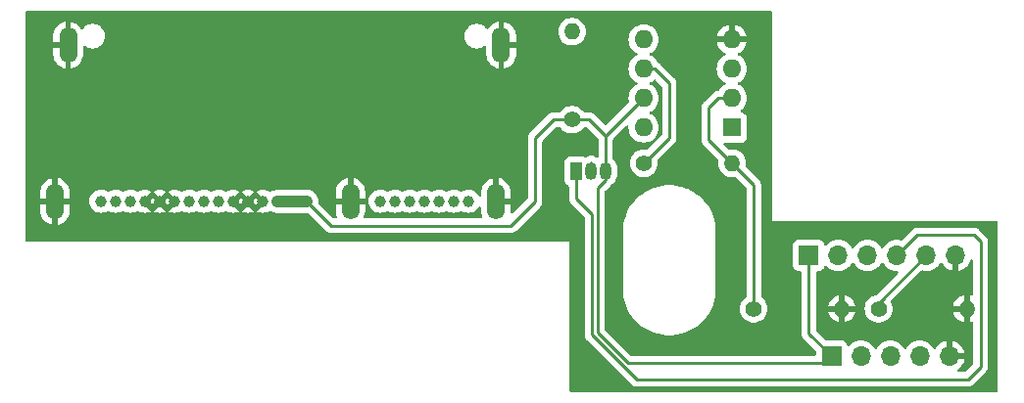
<source format=gtl>
%TF.GenerationSoftware,KiCad,Pcbnew,7.0.8*%
%TF.CreationDate,2023-10-16T22:13:19+02:00*%
%TF.ProjectId,sata_caddy,73617461-5f63-4616-9464-792e6b696361,rev?*%
%TF.SameCoordinates,Original*%
%TF.FileFunction,Copper,L1,Top*%
%TF.FilePolarity,Positive*%
%FSLAX46Y46*%
G04 Gerber Fmt 4.6, Leading zero omitted, Abs format (unit mm)*
G04 Created by KiCad (PCBNEW 7.0.8) date 2023-10-16 22:13:19*
%MOMM*%
%LPD*%
G01*
G04 APERTURE LIST*
%TA.AperFunction,ComponentPad*%
%ADD10C,1.400000*%
%TD*%
%TA.AperFunction,ComponentPad*%
%ADD11O,1.400000X1.400000*%
%TD*%
%TA.AperFunction,ComponentPad*%
%ADD12R,1.700000X1.700000*%
%TD*%
%TA.AperFunction,ComponentPad*%
%ADD13O,1.700000X1.700000*%
%TD*%
%TA.AperFunction,ComponentPad*%
%ADD14R,1.050000X1.500000*%
%TD*%
%TA.AperFunction,ComponentPad*%
%ADD15O,1.050000X1.500000*%
%TD*%
%TA.AperFunction,ComponentPad*%
%ADD16R,1.600000X1.600000*%
%TD*%
%TA.AperFunction,ComponentPad*%
%ADD17O,1.600000X1.600000*%
%TD*%
%TA.AperFunction,ComponentPad*%
%ADD18C,1.000000*%
%TD*%
%TA.AperFunction,ComponentPad*%
%ADD19O,1.545000X3.090000*%
%TD*%
%TA.AperFunction,ViaPad*%
%ADD20C,0.800000*%
%TD*%
%TA.AperFunction,Conductor*%
%ADD21C,0.250000*%
%TD*%
%TA.AperFunction,Conductor*%
%ADD22C,1.000000*%
%TD*%
G04 APERTURE END LIST*
D10*
%TO.P,R4,1*%
%TO.N,/SENS_CADDY_CLOSED*%
X68400000Y-43200000D03*
D11*
%TO.P,R4,2*%
%TO.N,Net-(U1--)*%
X76020000Y-43200000D03*
%TD*%
D12*
%TO.P,J1,1,Pin_1*%
%TO.N,+3.3V*%
X82650000Y-51175000D03*
D13*
%TO.P,J1,2,Pin_2*%
%TO.N,/RED_ANODE*%
X85190000Y-51175000D03*
%TO.P,J1,3,Pin_3*%
%TO.N,/GREEN_ANODE*%
X87730000Y-51175000D03*
%TO.P,J1,4,Pin_4*%
%TO.N,/BLUE_ANODE*%
X90270000Y-51175000D03*
%TO.P,J1,5,Pin_5*%
%TO.N,/CONN_SENS*%
X92810000Y-51175000D03*
%TO.P,J1,6,Pin_6*%
%TO.N,GND*%
X95350000Y-51175000D03*
%TD*%
D12*
%TO.P,J4,1,Pin_1*%
%TO.N,+3.3V*%
X84620000Y-59900000D03*
D13*
%TO.P,J4,2,Pin_2*%
%TO.N,/SENS_CADDY_CLOSED*%
X87160000Y-59900000D03*
%TO.P,J4,3,Pin_3*%
%TO.N,/RED_ANODE*%
X89700000Y-59900000D03*
%TO.P,J4,4,Pin_4*%
%TO.N,/GREEN_ANODE*%
X92240000Y-59900000D03*
%TO.P,J4,5,Pin_5*%
%TO.N,GND*%
X94780000Y-59900000D03*
%TD*%
D10*
%TO.P,R1,1*%
%TO.N,+3.3V*%
X62200000Y-39420000D03*
D11*
%TO.P,R1,2*%
%TO.N,/SATA_PIN_11*%
X62200000Y-31800000D03*
%TD*%
D14*
%TO.P,Q1,1,C*%
%TO.N,/BLUE_ANODE*%
X62560000Y-43900000D03*
D15*
%TO.P,Q1,2,B*%
%TO.N,/SATA_PIN_11*%
X63830000Y-43900000D03*
%TO.P,Q1,3,E*%
%TO.N,+3.3V*%
X65100000Y-43900000D03*
%TD*%
D10*
%TO.P,R2,1*%
%TO.N,/CONN_SENS*%
X88680000Y-55800000D03*
D11*
%TO.P,R2,2*%
%TO.N,GND*%
X96300000Y-55800000D03*
%TD*%
D10*
%TO.P,R3,1*%
%TO.N,Net-(U1--)*%
X77890000Y-55800000D03*
D11*
%TO.P,R3,2*%
%TO.N,GND*%
X85510000Y-55800000D03*
%TD*%
D16*
%TO.P,U1,1,NULL*%
%TO.N,unconnected-(U1-NULL-Pad1)*%
X76000000Y-40100000D03*
D17*
%TO.P,U1,2,-*%
%TO.N,Net-(U1--)*%
X76000000Y-37560000D03*
%TO.P,U1,3,+*%
%TO.N,/CONN_SENS*%
X76000000Y-35020000D03*
%TO.P,U1,4,V-*%
%TO.N,GND*%
X76000000Y-32480000D03*
%TO.P,U1,5,NULL*%
%TO.N,unconnected-(U1-NULL-Pad5)*%
X68380000Y-32480000D03*
%TO.P,U1,6*%
%TO.N,/SENS_CADDY_CLOSED*%
X68380000Y-35020000D03*
%TO.P,U1,7,V+*%
%TO.N,+3.3V*%
X68380000Y-37560000D03*
%TO.P,U1,8,STRB*%
%TO.N,unconnected-(U1-STRB-Pad8)*%
X68380000Y-40100000D03*
%TD*%
D18*
%TO.P,J3,P1,P1*%
%TO.N,+3.3V*%
X39270000Y-46500000D03*
%TO.P,J3,P2,P2*%
X38000000Y-46500000D03*
%TO.P,J3,P3,P3*%
X36730000Y-46500000D03*
%TO.P,J3,P4,P4*%
%TO.N,GND*%
X35460000Y-46500000D03*
%TO.P,J3,P5,P5*%
X34190000Y-46500000D03*
%TO.P,J3,P6,P6*%
X32920000Y-46500000D03*
%TO.P,J3,P7,P7*%
%TO.N,Net-(J2-PadP7)*%
X31650000Y-46500000D03*
%TO.P,J3,P8,P8*%
%TO.N,Net-(J2-PadP8)*%
X30380000Y-46500000D03*
%TO.P,J3,P9,P9*%
%TO.N,Net-(J2-PadP9)*%
X29110000Y-46500000D03*
%TO.P,J3,P10,P10*%
%TO.N,GND*%
X27840000Y-46500000D03*
%TO.P,J3,P11,P11*%
X26570000Y-46500000D03*
%TO.P,J3,P12,P12*%
X25300000Y-46500000D03*
%TO.P,J3,P13,P13*%
%TO.N,Net-(J2-PadP13)*%
X24030000Y-46500000D03*
%TO.P,J3,P14,P14*%
%TO.N,Net-(J2-PadP14)*%
X22760000Y-46500000D03*
%TO.P,J3,P15,P15*%
%TO.N,Net-(J2-PadP15)*%
X21490000Y-46500000D03*
%TO.P,J3,S1,S1*%
%TO.N,/S1*%
X53240000Y-46500000D03*
%TO.P,J3,S2,S2*%
%TO.N,/S2*%
X51970000Y-46500000D03*
%TO.P,J3,S3,S3*%
%TO.N,/S3*%
X50700000Y-46500000D03*
%TO.P,J3,S4,S4*%
%TO.N,/S4*%
X49430000Y-46500000D03*
%TO.P,J3,S5,S5*%
%TO.N,/S5*%
X48160000Y-46500000D03*
%TO.P,J3,S6,S6*%
%TO.N,/S6*%
X46890000Y-46500000D03*
%TO.P,J3,S7,S7*%
%TO.N,/S7*%
X45620000Y-46500000D03*
D19*
%TO.P,J3,SH,SHIELD*%
%TO.N,GND*%
X17515000Y-46500000D03*
X43045000Y-46500000D03*
X55615000Y-46500000D03*
%TD*%
%TO.P,J2,SH,SHIELD*%
%TO.N,GND*%
X18655000Y-32975000D03*
X56075000Y-32975000D03*
%TD*%
D20*
%TO.N,GND*%
X34000000Y-31900000D03*
X17900000Y-42700000D03*
X55300000Y-38400000D03*
X19600000Y-35900000D03*
X32300000Y-32900000D03*
X26600000Y-44200000D03*
X19600000Y-41500000D03*
X43700000Y-37700000D03*
X17800000Y-40300000D03*
X51900000Y-32800000D03*
X55200000Y-40700000D03*
X22100000Y-31200000D03*
X43700000Y-43000000D03*
X38300000Y-32900000D03*
X57100000Y-37000000D03*
X26600000Y-40900000D03*
X26600000Y-37800000D03*
X57000000Y-41900000D03*
X19600000Y-38900000D03*
X17900000Y-37400000D03*
X43700000Y-34900000D03*
X41800000Y-39100000D03*
X29700000Y-32800000D03*
X46600000Y-31800000D03*
X19600000Y-43900000D03*
X41800000Y-41700000D03*
X45100000Y-32800000D03*
X43800000Y-31800000D03*
X55300000Y-43000000D03*
X27300000Y-31200000D03*
X36500000Y-32000000D03*
X40300000Y-31900000D03*
X31000000Y-31900000D03*
X57100000Y-39300000D03*
X43800000Y-40300000D03*
X26200000Y-32400000D03*
X24700000Y-31200000D03*
X41900000Y-32900000D03*
X50300000Y-31900000D03*
X23300000Y-32300000D03*
X55200000Y-35900000D03*
X41800000Y-36400000D03*
X48000000Y-32800000D03*
%TD*%
D21*
%TO.N,+3.3V*%
X82650000Y-57930000D02*
X84620000Y-59900000D01*
D22*
X36730000Y-46500000D02*
X39270000Y-46500000D01*
D21*
X82650000Y-51175000D02*
X82650000Y-57930000D01*
X63680000Y-39420000D02*
X65100000Y-40840000D01*
X65100000Y-43900000D02*
X65100000Y-40840000D01*
X64400000Y-45346325D02*
X64400000Y-57900000D01*
X64400000Y-57900000D02*
X67000000Y-60500000D01*
X59000000Y-46500000D02*
X56900000Y-48600000D01*
X62200000Y-39420000D02*
X63680000Y-39420000D01*
X65100000Y-43900000D02*
X65100000Y-44646325D01*
X84020000Y-60500000D02*
X84620000Y-59900000D01*
X67000000Y-60500000D02*
X84020000Y-60500000D01*
X41370000Y-48600000D02*
X39270000Y-46500000D01*
X65100000Y-44646325D02*
X64400000Y-45346325D01*
X67770000Y-37560000D02*
X68380000Y-37560000D01*
X56900000Y-48600000D02*
X41370000Y-48600000D01*
X59000000Y-41000000D02*
X59000000Y-46500000D01*
X62200000Y-39420000D02*
X60580000Y-39420000D01*
X60580000Y-39420000D02*
X59000000Y-41000000D01*
X65100000Y-40840000D02*
X68380000Y-37560000D01*
%TO.N,/BLUE_ANODE*%
X63900000Y-47600000D02*
X62560000Y-46260000D01*
X97500000Y-60800000D02*
X96400000Y-61900000D01*
X97500000Y-50000000D02*
X97500000Y-60800000D01*
X96400000Y-61900000D02*
X67763604Y-61900000D01*
X96900000Y-49400000D02*
X97500000Y-50000000D01*
X62560000Y-46260000D02*
X62560000Y-43900000D01*
X67763604Y-61900000D02*
X63900000Y-58036396D01*
X90270000Y-51175000D02*
X92045000Y-49400000D01*
X92045000Y-49400000D02*
X96900000Y-49400000D01*
X63900000Y-58036396D02*
X63900000Y-47600000D01*
%TO.N,/CONN_SENS*%
X92810000Y-51175000D02*
X88680000Y-55305000D01*
X88680000Y-55305000D02*
X88680000Y-55800000D01*
%TO.N,/SATA_PIN_11*%
X63830000Y-43153675D02*
X63830000Y-43900000D01*
%TO.N,Net-(U1--)*%
X74000000Y-41180000D02*
X76020000Y-43200000D01*
X76000000Y-37560000D02*
X74840000Y-37560000D01*
X76020000Y-43200000D02*
X77890000Y-45070000D01*
X74840000Y-37560000D02*
X74000000Y-38400000D01*
X77890000Y-45070000D02*
X77890000Y-55800000D01*
X74000000Y-38400000D02*
X74000000Y-41180000D01*
%TO.N,/SENS_CADDY_CLOSED*%
X70600000Y-41000000D02*
X68400000Y-43200000D01*
X70600000Y-36300000D02*
X70600000Y-41000000D01*
X69320000Y-35020000D02*
X70600000Y-36300000D01*
X68380000Y-35020000D02*
X69320000Y-35020000D01*
%TD*%
%TA.AperFunction,Conductor*%
%TO.N,GND*%
G36*
X96799312Y-51529374D02*
G01*
X96853190Y-51573859D01*
X96874465Y-51640411D01*
X96874500Y-51643363D01*
X96874500Y-54554643D01*
X96854815Y-54621682D01*
X96802011Y-54667437D01*
X96732853Y-54677381D01*
X96705707Y-54670270D01*
X96629801Y-54640864D01*
X96629802Y-54640864D01*
X96550000Y-54625946D01*
X96550000Y-55551061D01*
X96468885Y-55487928D01*
X96358405Y-55450000D01*
X96270995Y-55450000D01*
X96184784Y-55464386D01*
X96082053Y-55519981D01*
X96002940Y-55605921D01*
X95956018Y-55712892D01*
X95946372Y-55829302D01*
X95975047Y-55942538D01*
X96038936Y-56040327D01*
X96131115Y-56112072D01*
X96241595Y-56150000D01*
X96329005Y-56150000D01*
X96415216Y-56135614D01*
X96517947Y-56080019D01*
X96550000Y-56045200D01*
X96550000Y-56974052D01*
X96629807Y-56959134D01*
X96705705Y-56929731D01*
X96775329Y-56923868D01*
X96837069Y-56956577D01*
X96871324Y-57017474D01*
X96874500Y-57045357D01*
X96874500Y-60489547D01*
X96854815Y-60556586D01*
X96838181Y-60577228D01*
X96177228Y-61238181D01*
X96115905Y-61271666D01*
X96089547Y-61274500D01*
X95563942Y-61274500D01*
X95496903Y-61254815D01*
X95451148Y-61202011D01*
X95441204Y-61132853D01*
X95470229Y-61069297D01*
X95492818Y-61048926D01*
X95651078Y-60938109D01*
X95818105Y-60771082D01*
X95953600Y-60577578D01*
X96053429Y-60363492D01*
X96053432Y-60363486D01*
X96110636Y-60150000D01*
X95213686Y-60150000D01*
X95239493Y-60109844D01*
X95280000Y-59971889D01*
X95280000Y-59828111D01*
X95239493Y-59690156D01*
X95213686Y-59650000D01*
X96110636Y-59650000D01*
X96110635Y-59649999D01*
X96053432Y-59436513D01*
X96053429Y-59436507D01*
X95953600Y-59222422D01*
X95953599Y-59222420D01*
X95818113Y-59028926D01*
X95818108Y-59028920D01*
X95651082Y-58861894D01*
X95457578Y-58726399D01*
X95243492Y-58626570D01*
X95243486Y-58626567D01*
X95030000Y-58569364D01*
X95030000Y-59464498D01*
X94922315Y-59415320D01*
X94815763Y-59400000D01*
X94744237Y-59400000D01*
X94637685Y-59415320D01*
X94530000Y-59464498D01*
X94530000Y-58569364D01*
X94529999Y-58569364D01*
X94316513Y-58626567D01*
X94316507Y-58626570D01*
X94102422Y-58726399D01*
X94102420Y-58726400D01*
X93908926Y-58861886D01*
X93908920Y-58861891D01*
X93741891Y-59028920D01*
X93741890Y-59028922D01*
X93611880Y-59214595D01*
X93557303Y-59258219D01*
X93487804Y-59265412D01*
X93425450Y-59233890D01*
X93408730Y-59214594D01*
X93278494Y-59028597D01*
X93111402Y-58861506D01*
X93111395Y-58861501D01*
X92917834Y-58725967D01*
X92917830Y-58725965D01*
X92917828Y-58725964D01*
X92703663Y-58626097D01*
X92703659Y-58626096D01*
X92703655Y-58626094D01*
X92475413Y-58564938D01*
X92475403Y-58564936D01*
X92240001Y-58544341D01*
X92239999Y-58544341D01*
X92004596Y-58564936D01*
X92004586Y-58564938D01*
X91776344Y-58626094D01*
X91776335Y-58626098D01*
X91562171Y-58725964D01*
X91562169Y-58725965D01*
X91368597Y-58861505D01*
X91201505Y-59028597D01*
X91071575Y-59214158D01*
X91016998Y-59257783D01*
X90947500Y-59264977D01*
X90885145Y-59233454D01*
X90868425Y-59214158D01*
X90738494Y-59028597D01*
X90571402Y-58861506D01*
X90571395Y-58861501D01*
X90377834Y-58725967D01*
X90377830Y-58725965D01*
X90377828Y-58725964D01*
X90163663Y-58626097D01*
X90163659Y-58626096D01*
X90163655Y-58626094D01*
X89935413Y-58564938D01*
X89935403Y-58564936D01*
X89700001Y-58544341D01*
X89699999Y-58544341D01*
X89464596Y-58564936D01*
X89464586Y-58564938D01*
X89236344Y-58626094D01*
X89236335Y-58626098D01*
X89022171Y-58725964D01*
X89022169Y-58725965D01*
X88828597Y-58861505D01*
X88661505Y-59028597D01*
X88531575Y-59214158D01*
X88476998Y-59257783D01*
X88407500Y-59264977D01*
X88345145Y-59233454D01*
X88328425Y-59214158D01*
X88198494Y-59028597D01*
X88031402Y-58861506D01*
X88031395Y-58861501D01*
X87837834Y-58725967D01*
X87837830Y-58725965D01*
X87837828Y-58725964D01*
X87623663Y-58626097D01*
X87623659Y-58626096D01*
X87623655Y-58626094D01*
X87395413Y-58564938D01*
X87395403Y-58564936D01*
X87160001Y-58544341D01*
X87159999Y-58544341D01*
X86924596Y-58564936D01*
X86924586Y-58564938D01*
X86696344Y-58626094D01*
X86696335Y-58626098D01*
X86482171Y-58725964D01*
X86482169Y-58725965D01*
X86288600Y-58861503D01*
X86166673Y-58983430D01*
X86105350Y-59016914D01*
X86035658Y-59011930D01*
X85979725Y-58970058D01*
X85962810Y-58939081D01*
X85913797Y-58807671D01*
X85913793Y-58807664D01*
X85827547Y-58692455D01*
X85827544Y-58692452D01*
X85712335Y-58606206D01*
X85712328Y-58606202D01*
X85577482Y-58555908D01*
X85577483Y-58555908D01*
X85517883Y-58549501D01*
X85517881Y-58549500D01*
X85517873Y-58549500D01*
X85517865Y-58549500D01*
X84205453Y-58549500D01*
X84138414Y-58529815D01*
X84117772Y-58513181D01*
X83311819Y-57707228D01*
X83278334Y-57645905D01*
X83275500Y-57619547D01*
X83275500Y-56050000D01*
X84333505Y-56050000D01*
X84386239Y-56235349D01*
X84485368Y-56434425D01*
X84619391Y-56611900D01*
X84783738Y-56761721D01*
X84972820Y-56878797D01*
X84972822Y-56878798D01*
X85180195Y-56959135D01*
X85260000Y-56974052D01*
X85260000Y-56050000D01*
X84333505Y-56050000D01*
X83275500Y-56050000D01*
X83275500Y-55829302D01*
X85156372Y-55829302D01*
X85185047Y-55942538D01*
X85248936Y-56040327D01*
X85341115Y-56112072D01*
X85451595Y-56150000D01*
X85539005Y-56150000D01*
X85625216Y-56135614D01*
X85727947Y-56080019D01*
X85755581Y-56050000D01*
X85760000Y-56050000D01*
X85760000Y-56974052D01*
X85839804Y-56959135D01*
X86047177Y-56878798D01*
X86047179Y-56878797D01*
X86236261Y-56761721D01*
X86400608Y-56611900D01*
X86534631Y-56434425D01*
X86633760Y-56235349D01*
X86686495Y-56050000D01*
X85760000Y-56050000D01*
X85755581Y-56050000D01*
X85807060Y-55994079D01*
X85853982Y-55887108D01*
X85863628Y-55770698D01*
X85834953Y-55657462D01*
X85771064Y-55559673D01*
X85678885Y-55487928D01*
X85568405Y-55450000D01*
X85480995Y-55450000D01*
X85394784Y-55464386D01*
X85292053Y-55519981D01*
X85212940Y-55605921D01*
X85166018Y-55712892D01*
X85156372Y-55829302D01*
X83275500Y-55829302D01*
X83275500Y-55550000D01*
X84333505Y-55550000D01*
X85260000Y-55550000D01*
X85260000Y-54625946D01*
X85760000Y-54625946D01*
X85760000Y-55550000D01*
X86686495Y-55550000D01*
X86633760Y-55364650D01*
X86534631Y-55165574D01*
X86400608Y-54988099D01*
X86236261Y-54838278D01*
X86047179Y-54721202D01*
X86047177Y-54721201D01*
X85839799Y-54640864D01*
X85760000Y-54625946D01*
X85260000Y-54625946D01*
X85180200Y-54640864D01*
X84972822Y-54721201D01*
X84972820Y-54721202D01*
X84783738Y-54838278D01*
X84619391Y-54988099D01*
X84485368Y-55165574D01*
X84386239Y-55364650D01*
X84333505Y-55550000D01*
X83275500Y-55550000D01*
X83275500Y-52649499D01*
X83295185Y-52582460D01*
X83347989Y-52536705D01*
X83399500Y-52525499D01*
X83547871Y-52525499D01*
X83547872Y-52525499D01*
X83607483Y-52519091D01*
X83742331Y-52468796D01*
X83857546Y-52382546D01*
X83943796Y-52267331D01*
X83992810Y-52135916D01*
X84034681Y-52079984D01*
X84100145Y-52055566D01*
X84168418Y-52070417D01*
X84196673Y-52091569D01*
X84318599Y-52213495D01*
X84415384Y-52281265D01*
X84512165Y-52349032D01*
X84512167Y-52349033D01*
X84512170Y-52349035D01*
X84726337Y-52448903D01*
X84954592Y-52510063D01*
X85131034Y-52525500D01*
X85189999Y-52530659D01*
X85190000Y-52530659D01*
X85190001Y-52530659D01*
X85248966Y-52525500D01*
X85425408Y-52510063D01*
X85653663Y-52448903D01*
X85867830Y-52349035D01*
X86061401Y-52213495D01*
X86228495Y-52046401D01*
X86358425Y-51860842D01*
X86413002Y-51817217D01*
X86482500Y-51810023D01*
X86544855Y-51841546D01*
X86561575Y-51860842D01*
X86691281Y-52046082D01*
X86691505Y-52046401D01*
X86858599Y-52213495D01*
X86955384Y-52281265D01*
X87052165Y-52349032D01*
X87052167Y-52349033D01*
X87052170Y-52349035D01*
X87266337Y-52448903D01*
X87494592Y-52510063D01*
X87671034Y-52525500D01*
X87729999Y-52530659D01*
X87730000Y-52530659D01*
X87730001Y-52530659D01*
X87788966Y-52525500D01*
X87965408Y-52510063D01*
X88193663Y-52448903D01*
X88407830Y-52349035D01*
X88601401Y-52213495D01*
X88768495Y-52046401D01*
X88898425Y-51860842D01*
X88953002Y-51817217D01*
X89022500Y-51810023D01*
X89084855Y-51841546D01*
X89101575Y-51860842D01*
X89231281Y-52046082D01*
X89231505Y-52046401D01*
X89398599Y-52213495D01*
X89495384Y-52281265D01*
X89592165Y-52349032D01*
X89592167Y-52349033D01*
X89592170Y-52349035D01*
X89806337Y-52448903D01*
X90034592Y-52510063D01*
X90211034Y-52525500D01*
X90269999Y-52530659D01*
X90270387Y-52530659D01*
X90270551Y-52530707D01*
X90275394Y-52531131D01*
X90275308Y-52532104D01*
X90337426Y-52550344D01*
X90383181Y-52603148D01*
X90393125Y-52672306D01*
X90364100Y-52735862D01*
X90358068Y-52742340D01*
X88512461Y-54587946D01*
X88451138Y-54621431D01*
X88447567Y-54622153D01*
X88350068Y-54640380D01*
X88350064Y-54640381D01*
X88350062Y-54640381D01*
X88350060Y-54640382D01*
X88227911Y-54687703D01*
X88142601Y-54720752D01*
X88142595Y-54720754D01*
X87953439Y-54837874D01*
X87953437Y-54837876D01*
X87789020Y-54987761D01*
X87654943Y-55165308D01*
X87654938Y-55165316D01*
X87555775Y-55364461D01*
X87555769Y-55364476D01*
X87494885Y-55578462D01*
X87494884Y-55578464D01*
X87474357Y-55799999D01*
X87474357Y-55800000D01*
X87494884Y-56021535D01*
X87494885Y-56021537D01*
X87555769Y-56235523D01*
X87555775Y-56235538D01*
X87654938Y-56434683D01*
X87654943Y-56434691D01*
X87789020Y-56612238D01*
X87953437Y-56762123D01*
X87953439Y-56762125D01*
X88142595Y-56879245D01*
X88142596Y-56879245D01*
X88142599Y-56879247D01*
X88350060Y-56959618D01*
X88568757Y-57000500D01*
X88568759Y-57000500D01*
X88791241Y-57000500D01*
X88791243Y-57000500D01*
X89009940Y-56959618D01*
X89217401Y-56879247D01*
X89406562Y-56762124D01*
X89570981Y-56612236D01*
X89705058Y-56434689D01*
X89804229Y-56235528D01*
X89857016Y-56050000D01*
X95123505Y-56050000D01*
X95176239Y-56235349D01*
X95275368Y-56434425D01*
X95409391Y-56611900D01*
X95573738Y-56761721D01*
X95762820Y-56878797D01*
X95762822Y-56878798D01*
X95970195Y-56959135D01*
X96050000Y-56974052D01*
X96050000Y-56050000D01*
X95123505Y-56050000D01*
X89857016Y-56050000D01*
X89865115Y-56021536D01*
X89885643Y-55800000D01*
X89865115Y-55578464D01*
X89857016Y-55550000D01*
X95123505Y-55550000D01*
X96050000Y-55550000D01*
X96050000Y-54625946D01*
X95970200Y-54640864D01*
X95762822Y-54721201D01*
X95762820Y-54721202D01*
X95573738Y-54838278D01*
X95409391Y-54988099D01*
X95275368Y-55165574D01*
X95176239Y-55364650D01*
X95123505Y-55550000D01*
X89857016Y-55550000D01*
X89804229Y-55364472D01*
X89744567Y-55244655D01*
X89732306Y-55175870D01*
X89759179Y-55111375D01*
X89767876Y-55101712D01*
X92354354Y-52515235D01*
X92415675Y-52481752D01*
X92474123Y-52483142D01*
X92574592Y-52510063D01*
X92751034Y-52525500D01*
X92809999Y-52530659D01*
X92810000Y-52530659D01*
X92810001Y-52530659D01*
X92868966Y-52525500D01*
X93045408Y-52510063D01*
X93273663Y-52448903D01*
X93487830Y-52349035D01*
X93681401Y-52213495D01*
X93848495Y-52046401D01*
X93978730Y-51860405D01*
X94033307Y-51816781D01*
X94102805Y-51809587D01*
X94165160Y-51841110D01*
X94181879Y-51860405D01*
X94311890Y-52046078D01*
X94478917Y-52213105D01*
X94672421Y-52348600D01*
X94886507Y-52448429D01*
X94886516Y-52448433D01*
X95100000Y-52505634D01*
X95100000Y-51610501D01*
X95207685Y-51659680D01*
X95314237Y-51675000D01*
X95385763Y-51675000D01*
X95492315Y-51659680D01*
X95600000Y-51610501D01*
X95600000Y-52505633D01*
X95813483Y-52448433D01*
X95813492Y-52448429D01*
X96027578Y-52348600D01*
X96221082Y-52213105D01*
X96388105Y-52046082D01*
X96523600Y-51852578D01*
X96623429Y-51638492D01*
X96623433Y-51638483D01*
X96630725Y-51611270D01*
X96667090Y-51551610D01*
X96729936Y-51521080D01*
X96799312Y-51529374D01*
G37*
%TD.AperFunction*%
%TA.AperFunction,Conductor*%
G36*
X79442539Y-30020185D02*
G01*
X79488294Y-30072989D01*
X79499500Y-30124500D01*
X79499500Y-48175467D01*
X79499416Y-48175889D01*
X79499459Y-48200001D01*
X79499500Y-48200099D01*
X79499616Y-48200382D01*
X79499618Y-48200384D01*
X79499808Y-48200462D01*
X79500000Y-48200541D01*
X79500002Y-48200539D01*
X79524616Y-48200524D01*
X79524616Y-48200528D01*
X79524760Y-48200500D01*
X98875500Y-48200500D01*
X98942539Y-48220185D01*
X98988294Y-48272989D01*
X98999500Y-48324500D01*
X98999500Y-62875500D01*
X98979815Y-62942539D01*
X98927011Y-62988294D01*
X98875500Y-62999500D01*
X62124500Y-62999500D01*
X62057461Y-62979815D01*
X62011706Y-62927011D01*
X62000500Y-62875500D01*
X62000500Y-50024759D01*
X62000528Y-50024616D01*
X62000524Y-50024616D01*
X62000539Y-50000002D01*
X62000541Y-50000000D01*
X62000462Y-49999808D01*
X62000384Y-49999618D01*
X62000382Y-49999616D01*
X62000099Y-49999500D01*
X62000000Y-49999459D01*
X61975446Y-49999459D01*
X61975240Y-49999500D01*
X15124500Y-49999500D01*
X15057461Y-49979815D01*
X15011706Y-49927011D01*
X15000500Y-49875500D01*
X15000500Y-47329640D01*
X16242500Y-47329640D01*
X16257888Y-47500633D01*
X16318821Y-47721420D01*
X16318826Y-47721431D01*
X16418207Y-47927799D01*
X16418209Y-47927803D01*
X16552839Y-48113105D01*
X16552846Y-48113113D01*
X16718401Y-48271400D01*
X16909561Y-48397585D01*
X17120190Y-48487611D01*
X17120193Y-48487612D01*
X17264999Y-48520663D01*
X17265000Y-48520663D01*
X17265000Y-47508909D01*
X17275839Y-47516560D01*
X17409235Y-47563969D01*
X17550475Y-47573630D01*
X17689084Y-47544827D01*
X17765000Y-47505490D01*
X17765000Y-48522755D01*
X17799296Y-48518111D01*
X17799300Y-48518110D01*
X18017147Y-48447327D01*
X18218847Y-48338788D01*
X18218850Y-48338786D01*
X18397928Y-48195976D01*
X18548634Y-48023480D01*
X18548635Y-48023478D01*
X18666118Y-47826847D01*
X18746600Y-47612399D01*
X18787500Y-47387029D01*
X18787500Y-46750000D01*
X18030000Y-46750000D01*
X18030000Y-46500000D01*
X20484659Y-46500000D01*
X20503975Y-46696129D01*
X20512172Y-46723152D01*
X20559144Y-46877997D01*
X20561188Y-46884733D01*
X20654086Y-47058532D01*
X20654090Y-47058539D01*
X20779116Y-47210883D01*
X20931460Y-47335909D01*
X20931467Y-47335913D01*
X21105266Y-47428811D01*
X21105269Y-47428811D01*
X21105273Y-47428814D01*
X21293868Y-47486024D01*
X21490000Y-47505341D01*
X21686132Y-47486024D01*
X21874727Y-47428814D01*
X22048538Y-47335910D01*
X22048544Y-47335904D01*
X22053607Y-47332523D01*
X22054703Y-47334164D01*
X22110639Y-47310405D01*
X22179507Y-47322194D01*
X22196148Y-47332888D01*
X22196393Y-47332523D01*
X22201458Y-47335907D01*
X22201462Y-47335910D01*
X22375273Y-47428814D01*
X22563868Y-47486024D01*
X22760000Y-47505341D01*
X22956132Y-47486024D01*
X23144727Y-47428814D01*
X23318538Y-47335910D01*
X23318544Y-47335904D01*
X23323607Y-47332523D01*
X23324703Y-47334164D01*
X23380639Y-47310405D01*
X23449507Y-47322194D01*
X23466148Y-47332888D01*
X23466393Y-47332523D01*
X23471458Y-47335907D01*
X23471462Y-47335910D01*
X23645273Y-47428814D01*
X23833868Y-47486024D01*
X24030000Y-47505341D01*
X24226132Y-47486024D01*
X24414727Y-47428814D01*
X24588538Y-47335910D01*
X24588544Y-47335904D01*
X24593607Y-47332523D01*
X24594624Y-47334045D01*
X24651021Y-47310084D01*
X24719890Y-47321866D01*
X24736424Y-47332489D01*
X24736678Y-47332110D01*
X24741746Y-47335496D01*
X24915460Y-47428348D01*
X25103969Y-47485531D01*
X25103965Y-47485531D01*
X25300000Y-47504838D01*
X25496032Y-47485531D01*
X25684537Y-47428348D01*
X25808522Y-47362076D01*
X26061476Y-47362076D01*
X26185466Y-47428350D01*
X26373969Y-47485531D01*
X26373965Y-47485531D01*
X26570000Y-47504838D01*
X26766032Y-47485531D01*
X26954537Y-47428348D01*
X27078522Y-47362076D01*
X26570001Y-46853553D01*
X26570000Y-46853553D01*
X26061476Y-47362076D01*
X25808522Y-47362076D01*
X25296447Y-46850000D01*
X25329005Y-46850000D01*
X25415216Y-46835614D01*
X25517947Y-46780019D01*
X25597060Y-46694079D01*
X25643982Y-46587108D01*
X25651200Y-46500000D01*
X25653553Y-46500000D01*
X25935000Y-46781446D01*
X25935001Y-46781446D01*
X26187145Y-46529302D01*
X26216372Y-46529302D01*
X26245047Y-46642538D01*
X26308936Y-46740327D01*
X26401115Y-46812072D01*
X26511595Y-46850000D01*
X26599005Y-46850000D01*
X26685216Y-46835614D01*
X26787947Y-46780019D01*
X26867060Y-46694079D01*
X26913982Y-46587108D01*
X26921200Y-46500000D01*
X26923552Y-46500000D01*
X27205000Y-46781446D01*
X27205001Y-46781446D01*
X27486446Y-46500001D01*
X27486446Y-46499999D01*
X27205001Y-46218553D01*
X27205000Y-46218553D01*
X26923552Y-46500000D01*
X26921200Y-46500000D01*
X26923628Y-46470698D01*
X26894953Y-46357462D01*
X26831064Y-46259673D01*
X26738885Y-46187928D01*
X26628405Y-46150000D01*
X26540995Y-46150000D01*
X26454784Y-46164386D01*
X26352053Y-46219981D01*
X26272940Y-46305921D01*
X26226018Y-46412892D01*
X26216372Y-46529302D01*
X26187145Y-46529302D01*
X26216446Y-46500001D01*
X26216446Y-46499999D01*
X25935001Y-46218553D01*
X25935000Y-46218553D01*
X25653553Y-46500000D01*
X25651200Y-46500000D01*
X25653628Y-46470698D01*
X25624953Y-46357462D01*
X25561064Y-46259673D01*
X25468885Y-46187928D01*
X25358405Y-46150000D01*
X25296447Y-46150000D01*
X25300000Y-46146447D01*
X25808522Y-45637922D01*
X26061475Y-45637922D01*
X26570000Y-46146446D01*
X26570001Y-46146446D01*
X27078522Y-45637922D01*
X27331475Y-45637922D01*
X27843553Y-46150000D01*
X27810995Y-46150000D01*
X27724784Y-46164386D01*
X27622053Y-46219981D01*
X27542940Y-46305921D01*
X27496018Y-46412892D01*
X27486372Y-46529302D01*
X27515047Y-46642538D01*
X27578936Y-46740327D01*
X27671115Y-46812072D01*
X27781595Y-46850000D01*
X27843551Y-46850000D01*
X27331476Y-47362075D01*
X27331476Y-47362076D01*
X27455466Y-47428350D01*
X27643969Y-47485531D01*
X27643965Y-47485531D01*
X27840000Y-47504838D01*
X28036032Y-47485531D01*
X28224539Y-47428348D01*
X28398252Y-47335497D01*
X28403320Y-47332111D01*
X28404444Y-47333793D01*
X28460203Y-47310086D01*
X28529075Y-47321851D01*
X28546186Y-47332843D01*
X28546399Y-47332526D01*
X28551457Y-47335906D01*
X28551462Y-47335910D01*
X28725273Y-47428814D01*
X28913868Y-47486024D01*
X29110000Y-47505341D01*
X29306132Y-47486024D01*
X29494727Y-47428814D01*
X29668538Y-47335910D01*
X29668544Y-47335904D01*
X29673607Y-47332523D01*
X29674703Y-47334164D01*
X29730639Y-47310405D01*
X29799507Y-47322194D01*
X29816148Y-47332888D01*
X29816393Y-47332523D01*
X29821458Y-47335907D01*
X29821462Y-47335910D01*
X29995273Y-47428814D01*
X30183868Y-47486024D01*
X30380000Y-47505341D01*
X30576132Y-47486024D01*
X30764727Y-47428814D01*
X30938538Y-47335910D01*
X30938544Y-47335904D01*
X30943607Y-47332523D01*
X30944703Y-47334164D01*
X31000639Y-47310405D01*
X31069507Y-47322194D01*
X31086148Y-47332888D01*
X31086393Y-47332523D01*
X31091458Y-47335907D01*
X31091462Y-47335910D01*
X31265273Y-47428814D01*
X31453868Y-47486024D01*
X31650000Y-47505341D01*
X31846132Y-47486024D01*
X32034727Y-47428814D01*
X32208538Y-47335910D01*
X32208544Y-47335904D01*
X32213607Y-47332523D01*
X32214624Y-47334045D01*
X32271021Y-47310084D01*
X32339890Y-47321866D01*
X32356424Y-47332489D01*
X32356678Y-47332110D01*
X32361746Y-47335496D01*
X32535460Y-47428348D01*
X32723969Y-47485531D01*
X32723965Y-47485531D01*
X32920000Y-47504838D01*
X33116032Y-47485531D01*
X33304537Y-47428348D01*
X33428522Y-47362076D01*
X33681476Y-47362076D01*
X33805466Y-47428350D01*
X33993969Y-47485531D01*
X33993965Y-47485531D01*
X34190000Y-47504838D01*
X34386032Y-47485531D01*
X34574537Y-47428348D01*
X34698522Y-47362076D01*
X34190001Y-46853553D01*
X34190000Y-46853553D01*
X33681476Y-47362076D01*
X33428522Y-47362076D01*
X32916447Y-46850000D01*
X32949005Y-46850000D01*
X33035216Y-46835614D01*
X33137947Y-46780019D01*
X33217060Y-46694079D01*
X33263982Y-46587108D01*
X33271200Y-46500000D01*
X33273552Y-46500000D01*
X33555000Y-46781446D01*
X33555001Y-46781446D01*
X33807145Y-46529302D01*
X33836372Y-46529302D01*
X33865047Y-46642538D01*
X33928936Y-46740327D01*
X34021115Y-46812072D01*
X34131595Y-46850000D01*
X34219005Y-46850000D01*
X34305216Y-46835614D01*
X34407947Y-46780019D01*
X34487060Y-46694079D01*
X34533982Y-46587108D01*
X34541200Y-46500000D01*
X34543552Y-46500000D01*
X34825000Y-46781446D01*
X34825001Y-46781446D01*
X35106446Y-46500001D01*
X35106446Y-46499999D01*
X34825001Y-46218553D01*
X34825000Y-46218553D01*
X34543552Y-46500000D01*
X34541200Y-46500000D01*
X34543628Y-46470698D01*
X34514953Y-46357462D01*
X34451064Y-46259673D01*
X34358885Y-46187928D01*
X34248405Y-46150000D01*
X34160995Y-46150000D01*
X34074784Y-46164386D01*
X33972053Y-46219981D01*
X33892940Y-46305921D01*
X33846018Y-46412892D01*
X33836372Y-46529302D01*
X33807145Y-46529302D01*
X33836446Y-46500001D01*
X33836446Y-46499999D01*
X33555001Y-46218553D01*
X33555000Y-46218553D01*
X33273552Y-46500000D01*
X33271200Y-46500000D01*
X33273628Y-46470698D01*
X33244953Y-46357462D01*
X33181064Y-46259673D01*
X33088885Y-46187928D01*
X32978405Y-46150000D01*
X32916447Y-46150000D01*
X32920000Y-46146447D01*
X33428522Y-45637922D01*
X33681475Y-45637922D01*
X34190000Y-46146446D01*
X34190001Y-46146446D01*
X34698522Y-45637922D01*
X34951475Y-45637922D01*
X35463553Y-46150000D01*
X35430995Y-46150000D01*
X35344784Y-46164386D01*
X35242053Y-46219981D01*
X35162940Y-46305921D01*
X35116018Y-46412892D01*
X35106372Y-46529302D01*
X35135047Y-46642538D01*
X35198936Y-46740327D01*
X35291115Y-46812072D01*
X35401595Y-46850000D01*
X35463551Y-46850000D01*
X34951476Y-47362075D01*
X34951476Y-47362076D01*
X35075466Y-47428350D01*
X35263969Y-47485531D01*
X35263965Y-47485531D01*
X35460000Y-47504838D01*
X35656032Y-47485531D01*
X35844539Y-47428348D01*
X36018258Y-47335493D01*
X36023328Y-47332106D01*
X36024452Y-47333789D01*
X36080203Y-47310086D01*
X36149075Y-47321851D01*
X36166187Y-47332844D01*
X36166400Y-47332527D01*
X36171458Y-47335907D01*
X36171462Y-47335910D01*
X36171468Y-47335913D01*
X36203399Y-47352980D01*
X36209585Y-47356767D01*
X36229563Y-47370673D01*
X36241950Y-47379295D01*
X36241952Y-47379296D01*
X36293683Y-47401495D01*
X36298446Y-47403784D01*
X36345273Y-47428814D01*
X36383166Y-47440308D01*
X36389599Y-47442656D01*
X36428942Y-47459540D01*
X36480776Y-47470192D01*
X36486296Y-47471593D01*
X36533868Y-47486024D01*
X36576644Y-47490236D01*
X36583026Y-47491204D01*
X36597700Y-47494219D01*
X36628256Y-47500500D01*
X36628259Y-47500500D01*
X36677800Y-47500500D01*
X36683881Y-47500799D01*
X36693930Y-47501788D01*
X36730000Y-47505341D01*
X36766069Y-47501788D01*
X36776119Y-47500799D01*
X36782200Y-47500500D01*
X37947800Y-47500500D01*
X37953881Y-47500799D01*
X37963930Y-47501788D01*
X38000000Y-47505341D01*
X38036069Y-47501788D01*
X38046119Y-47500799D01*
X38052200Y-47500500D01*
X39217800Y-47500500D01*
X39223881Y-47500799D01*
X39233930Y-47501788D01*
X39270000Y-47505341D01*
X39301510Y-47502237D01*
X39315999Y-47500811D01*
X39318941Y-47500591D01*
X39320725Y-47500500D01*
X39320742Y-47500500D01*
X39321204Y-47500452D01*
X39321294Y-47500444D01*
X39321412Y-47500466D01*
X39323891Y-47500341D01*
X39323920Y-47500933D01*
X39389982Y-47513237D01*
X39421535Y-47536125D01*
X40869197Y-48983788D01*
X40879022Y-48996051D01*
X40879243Y-48995869D01*
X40884214Y-49001878D01*
X40905043Y-49021437D01*
X40934635Y-49049226D01*
X40955529Y-49070120D01*
X40961011Y-49074373D01*
X40965443Y-49078157D01*
X40999418Y-49110062D01*
X41016976Y-49119714D01*
X41033235Y-49130395D01*
X41049064Y-49142673D01*
X41091838Y-49161182D01*
X41097056Y-49163738D01*
X41137908Y-49186197D01*
X41157316Y-49191180D01*
X41175717Y-49197480D01*
X41194104Y-49205437D01*
X41237488Y-49212308D01*
X41240119Y-49212725D01*
X41245839Y-49213909D01*
X41290981Y-49225500D01*
X41311016Y-49225500D01*
X41330414Y-49227026D01*
X41350194Y-49230159D01*
X41350195Y-49230160D01*
X41350195Y-49230159D01*
X41350196Y-49230160D01*
X41396584Y-49225775D01*
X41402422Y-49225500D01*
X56817257Y-49225500D01*
X56832877Y-49227224D01*
X56832904Y-49226939D01*
X56840660Y-49227671D01*
X56840667Y-49227673D01*
X56909814Y-49225500D01*
X56939350Y-49225500D01*
X56946228Y-49224630D01*
X56952041Y-49224172D01*
X56998627Y-49222709D01*
X57017869Y-49217117D01*
X57036912Y-49213174D01*
X57056792Y-49210664D01*
X57100122Y-49193507D01*
X57105646Y-49191617D01*
X57109396Y-49190527D01*
X57150390Y-49178618D01*
X57167629Y-49168422D01*
X57185103Y-49159862D01*
X57203727Y-49152488D01*
X57203727Y-49152487D01*
X57203732Y-49152486D01*
X57241449Y-49125082D01*
X57246305Y-49121892D01*
X57286420Y-49098170D01*
X57300589Y-49083999D01*
X57315379Y-49071368D01*
X57331587Y-49059594D01*
X57361299Y-49023676D01*
X57365212Y-49019376D01*
X59383788Y-47000801D01*
X59396042Y-46990986D01*
X59395859Y-46990764D01*
X59401866Y-46985792D01*
X59401877Y-46985786D01*
X59438748Y-46946522D01*
X59449227Y-46935364D01*
X59459671Y-46924918D01*
X59470120Y-46914471D01*
X59474379Y-46908978D01*
X59478152Y-46904561D01*
X59510062Y-46870582D01*
X59519713Y-46853024D01*
X59530396Y-46836761D01*
X59542673Y-46820936D01*
X59561185Y-46778153D01*
X59563738Y-46772941D01*
X59586197Y-46732092D01*
X59591180Y-46712680D01*
X59597481Y-46694280D01*
X59605437Y-46675896D01*
X59612729Y-46629852D01*
X59613906Y-46624171D01*
X59625500Y-46579019D01*
X59625500Y-46558983D01*
X59627027Y-46539582D01*
X59630160Y-46519804D01*
X59625775Y-46473415D01*
X59625500Y-46467577D01*
X59625500Y-41310452D01*
X59645185Y-41243413D01*
X59661819Y-41222771D01*
X60802772Y-40081819D01*
X60864095Y-40048334D01*
X60890453Y-40045500D01*
X61106258Y-40045500D01*
X61173297Y-40065185D01*
X61205212Y-40094773D01*
X61309020Y-40232238D01*
X61473437Y-40382123D01*
X61473439Y-40382125D01*
X61662595Y-40499245D01*
X61662596Y-40499245D01*
X61662599Y-40499247D01*
X61870060Y-40579618D01*
X62088757Y-40620500D01*
X62088759Y-40620500D01*
X62311241Y-40620500D01*
X62311243Y-40620500D01*
X62529940Y-40579618D01*
X62737401Y-40499247D01*
X62926562Y-40382124D01*
X63090981Y-40232236D01*
X63194788Y-40094772D01*
X63250897Y-40053137D01*
X63293742Y-40045500D01*
X63369548Y-40045500D01*
X63436587Y-40065185D01*
X63457229Y-40081819D01*
X64438181Y-41062771D01*
X64471666Y-41124094D01*
X64474500Y-41150452D01*
X64474500Y-42611541D01*
X64454815Y-42678580D01*
X64402011Y-42724335D01*
X64332853Y-42734279D01*
X64271460Y-42707085D01*
X64167821Y-42621349D01*
X64024828Y-42554062D01*
X64024825Y-42554060D01*
X63944923Y-42538818D01*
X63869588Y-42524448D01*
X63869584Y-42524448D01*
X63711862Y-42534371D01*
X63711859Y-42534371D01*
X63561558Y-42583208D01*
X63428114Y-42667894D01*
X63422110Y-42672862D01*
X63420338Y-42670720D01*
X63371512Y-42699391D01*
X63301699Y-42696579D01*
X63298060Y-42695286D01*
X63192482Y-42655908D01*
X63192483Y-42655908D01*
X63132883Y-42649501D01*
X63132881Y-42649500D01*
X63132873Y-42649500D01*
X63132864Y-42649500D01*
X61987129Y-42649500D01*
X61987123Y-42649501D01*
X61927516Y-42655908D01*
X61792671Y-42706202D01*
X61792664Y-42706206D01*
X61677455Y-42792452D01*
X61677452Y-42792455D01*
X61591206Y-42907664D01*
X61591202Y-42907671D01*
X61540908Y-43042517D01*
X61534501Y-43102116D01*
X61534500Y-43102135D01*
X61534500Y-44697870D01*
X61534501Y-44697876D01*
X61540908Y-44757483D01*
X61591202Y-44892328D01*
X61591206Y-44892335D01*
X61677452Y-45007544D01*
X61677455Y-45007547D01*
X61792664Y-45093793D01*
X61792666Y-45093794D01*
X61792669Y-45093796D01*
X61853833Y-45116608D01*
X61909766Y-45158478D01*
X61934184Y-45223942D01*
X61934500Y-45232790D01*
X61934500Y-46177255D01*
X61932775Y-46192872D01*
X61933061Y-46192899D01*
X61932326Y-46200665D01*
X61934500Y-46269814D01*
X61934500Y-46299343D01*
X61934501Y-46299360D01*
X61935368Y-46306231D01*
X61935826Y-46312050D01*
X61937290Y-46358624D01*
X61937291Y-46358627D01*
X61942880Y-46377867D01*
X61946824Y-46396911D01*
X61949336Y-46416792D01*
X61958100Y-46438928D01*
X61966490Y-46460119D01*
X61968382Y-46465647D01*
X61978363Y-46500002D01*
X61981382Y-46510390D01*
X61989328Y-46523827D01*
X61991580Y-46527634D01*
X62000136Y-46545100D01*
X62002693Y-46551556D01*
X62007514Y-46563732D01*
X62034898Y-46601423D01*
X62038106Y-46606307D01*
X62061827Y-46646416D01*
X62061833Y-46646424D01*
X62075990Y-46660580D01*
X62088627Y-46675375D01*
X62100406Y-46691587D01*
X62127536Y-46714031D01*
X62136309Y-46721288D01*
X62140620Y-46725210D01*
X62713950Y-47298540D01*
X63238181Y-47822771D01*
X63271666Y-47884094D01*
X63274500Y-47910452D01*
X63274500Y-57953651D01*
X63272775Y-57969268D01*
X63273061Y-57969295D01*
X63272326Y-57977061D01*
X63274500Y-58046210D01*
X63274500Y-58075739D01*
X63274501Y-58075756D01*
X63275368Y-58082627D01*
X63275826Y-58088446D01*
X63277290Y-58135020D01*
X63277291Y-58135023D01*
X63282880Y-58154263D01*
X63286824Y-58173307D01*
X63289336Y-58193188D01*
X63294421Y-58206032D01*
X63306490Y-58236515D01*
X63308382Y-58242043D01*
X63321381Y-58286784D01*
X63331580Y-58304030D01*
X63340136Y-58321496D01*
X63346467Y-58337484D01*
X63347514Y-58340128D01*
X63374898Y-58377819D01*
X63378106Y-58382703D01*
X63401827Y-58422812D01*
X63401833Y-58422820D01*
X63415990Y-58436976D01*
X63428628Y-58451772D01*
X63440405Y-58467982D01*
X63440406Y-58467983D01*
X63476309Y-58497684D01*
X63480620Y-58501606D01*
X67253179Y-62274166D01*
X67262801Y-62283788D01*
X67272626Y-62296051D01*
X67272847Y-62295869D01*
X67277818Y-62301878D01*
X67298647Y-62321437D01*
X67328239Y-62349226D01*
X67349133Y-62370120D01*
X67354615Y-62374373D01*
X67359047Y-62378157D01*
X67393022Y-62410062D01*
X67410580Y-62419714D01*
X67426839Y-62430395D01*
X67442668Y-62442673D01*
X67485442Y-62461182D01*
X67490660Y-62463738D01*
X67531512Y-62486197D01*
X67550920Y-62491180D01*
X67569321Y-62497480D01*
X67587708Y-62505437D01*
X67631092Y-62512308D01*
X67633723Y-62512725D01*
X67639443Y-62513909D01*
X67684585Y-62525500D01*
X67704620Y-62525500D01*
X67724018Y-62527026D01*
X67743798Y-62530159D01*
X67743799Y-62530160D01*
X67743799Y-62530159D01*
X67743800Y-62530160D01*
X67790188Y-62525775D01*
X67796026Y-62525500D01*
X96317257Y-62525500D01*
X96332877Y-62527224D01*
X96332904Y-62526939D01*
X96340660Y-62527671D01*
X96340667Y-62527673D01*
X96409814Y-62525500D01*
X96439350Y-62525500D01*
X96446228Y-62524630D01*
X96452041Y-62524172D01*
X96498627Y-62522709D01*
X96517869Y-62517117D01*
X96536912Y-62513174D01*
X96556792Y-62510664D01*
X96600122Y-62493507D01*
X96605646Y-62491617D01*
X96609396Y-62490527D01*
X96650390Y-62478618D01*
X96667629Y-62468422D01*
X96685103Y-62459862D01*
X96703727Y-62452488D01*
X96703727Y-62452487D01*
X96703732Y-62452486D01*
X96741449Y-62425082D01*
X96746305Y-62421892D01*
X96786420Y-62398170D01*
X96800589Y-62383999D01*
X96815379Y-62371368D01*
X96831587Y-62359594D01*
X96861299Y-62323676D01*
X96865212Y-62319376D01*
X97883787Y-61300802D01*
X97896042Y-61290986D01*
X97895859Y-61290764D01*
X97901866Y-61285792D01*
X97901877Y-61285786D01*
X97932775Y-61252882D01*
X97949227Y-61235364D01*
X97959671Y-61224918D01*
X97970120Y-61214471D01*
X97974379Y-61208978D01*
X97978152Y-61204561D01*
X98010062Y-61170582D01*
X98019715Y-61153020D01*
X98030389Y-61136770D01*
X98042673Y-61120936D01*
X98061180Y-61078167D01*
X98063749Y-61072924D01*
X98086196Y-61032093D01*
X98086197Y-61032092D01*
X98091177Y-61012691D01*
X98097478Y-60994288D01*
X98105438Y-60975896D01*
X98112730Y-60929849D01*
X98113911Y-60924152D01*
X98125500Y-60879019D01*
X98125500Y-60858983D01*
X98127027Y-60839582D01*
X98130160Y-60819804D01*
X98125775Y-60773415D01*
X98125500Y-60767577D01*
X98125500Y-50082738D01*
X98127224Y-50067124D01*
X98126938Y-50067097D01*
X98127672Y-50059334D01*
X98125500Y-49990203D01*
X98125500Y-49960651D01*
X98125500Y-49960650D01*
X98124629Y-49953759D01*
X98124172Y-49947945D01*
X98123514Y-49927011D01*
X98122709Y-49901373D01*
X98117122Y-49882144D01*
X98113174Y-49863084D01*
X98110664Y-49843208D01*
X98093507Y-49799875D01*
X98091619Y-49794359D01*
X98078619Y-49749612D01*
X98068418Y-49732363D01*
X98059860Y-49714894D01*
X98052486Y-49696268D01*
X98052483Y-49696264D01*
X98052483Y-49696263D01*
X98025098Y-49658571D01*
X98021890Y-49653687D01*
X97998172Y-49613582D01*
X97998163Y-49613571D01*
X97984005Y-49599413D01*
X97971370Y-49584620D01*
X97959593Y-49568412D01*
X97923693Y-49538713D01*
X97919381Y-49534790D01*
X97400803Y-49016212D01*
X97390980Y-49003950D01*
X97390759Y-49004134D01*
X97385786Y-48998123D01*
X97367159Y-48980631D01*
X97335364Y-48950773D01*
X97324919Y-48940328D01*
X97314475Y-48929883D01*
X97308986Y-48925625D01*
X97304561Y-48921847D01*
X97270582Y-48889938D01*
X97270580Y-48889936D01*
X97270577Y-48889935D01*
X97253029Y-48880288D01*
X97236763Y-48869604D01*
X97220933Y-48857325D01*
X97178168Y-48838818D01*
X97172922Y-48836248D01*
X97132093Y-48813803D01*
X97132092Y-48813802D01*
X97112693Y-48808822D01*
X97094281Y-48802518D01*
X97075898Y-48794562D01*
X97075892Y-48794560D01*
X97029874Y-48787272D01*
X97024152Y-48786087D01*
X96979021Y-48774500D01*
X96979019Y-48774500D01*
X96958984Y-48774500D01*
X96939586Y-48772973D01*
X96932162Y-48771797D01*
X96919805Y-48769840D01*
X96919804Y-48769840D01*
X96873416Y-48774225D01*
X96867578Y-48774500D01*
X92127738Y-48774500D01*
X92112121Y-48772776D01*
X92112094Y-48773062D01*
X92104332Y-48772327D01*
X92035204Y-48774500D01*
X92005650Y-48774500D01*
X92004929Y-48774590D01*
X91998757Y-48775369D01*
X91992945Y-48775826D01*
X91946373Y-48777290D01*
X91946372Y-48777290D01*
X91927129Y-48782881D01*
X91908079Y-48786825D01*
X91888211Y-48789334D01*
X91844884Y-48806488D01*
X91839358Y-48808379D01*
X91794614Y-48821379D01*
X91794610Y-48821381D01*
X91777366Y-48831579D01*
X91759905Y-48840133D01*
X91741274Y-48847510D01*
X91741262Y-48847517D01*
X91703570Y-48874902D01*
X91698687Y-48878109D01*
X91658580Y-48901829D01*
X91644414Y-48915995D01*
X91629624Y-48928627D01*
X91613414Y-48940404D01*
X91613411Y-48940407D01*
X91583710Y-48976309D01*
X91579777Y-48980631D01*
X90725646Y-49834762D01*
X90664323Y-49868247D01*
X90605872Y-49866856D01*
X90505413Y-49839938D01*
X90505403Y-49839936D01*
X90270001Y-49819341D01*
X90269999Y-49819341D01*
X90034596Y-49839936D01*
X90034586Y-49839938D01*
X89806344Y-49901094D01*
X89806335Y-49901098D01*
X89592171Y-50000964D01*
X89592169Y-50000965D01*
X89398597Y-50136505D01*
X89231505Y-50303597D01*
X89101575Y-50489158D01*
X89046998Y-50532783D01*
X88977500Y-50539977D01*
X88915145Y-50508454D01*
X88898425Y-50489158D01*
X88768494Y-50303597D01*
X88601402Y-50136506D01*
X88601395Y-50136501D01*
X88407834Y-50000967D01*
X88407830Y-50000965D01*
X88362474Y-49979815D01*
X88193663Y-49901097D01*
X88193659Y-49901096D01*
X88193655Y-49901094D01*
X87965413Y-49839938D01*
X87965403Y-49839936D01*
X87730001Y-49819341D01*
X87729999Y-49819341D01*
X87494596Y-49839936D01*
X87494586Y-49839938D01*
X87266344Y-49901094D01*
X87266335Y-49901098D01*
X87052171Y-50000964D01*
X87052169Y-50000965D01*
X86858597Y-50136505D01*
X86691505Y-50303597D01*
X86561575Y-50489158D01*
X86506998Y-50532783D01*
X86437500Y-50539977D01*
X86375145Y-50508454D01*
X86358425Y-50489158D01*
X86228494Y-50303597D01*
X86061402Y-50136506D01*
X86061395Y-50136501D01*
X85867834Y-50000967D01*
X85867830Y-50000965D01*
X85822474Y-49979815D01*
X85653663Y-49901097D01*
X85653659Y-49901096D01*
X85653655Y-49901094D01*
X85425413Y-49839938D01*
X85425403Y-49839936D01*
X85190001Y-49819341D01*
X85189999Y-49819341D01*
X84954596Y-49839936D01*
X84954586Y-49839938D01*
X84726344Y-49901094D01*
X84726335Y-49901098D01*
X84512171Y-50000964D01*
X84512169Y-50000965D01*
X84318600Y-50136503D01*
X84196673Y-50258430D01*
X84135350Y-50291914D01*
X84065658Y-50286930D01*
X84009725Y-50245058D01*
X83992810Y-50214081D01*
X83943797Y-50082671D01*
X83943793Y-50082664D01*
X83857547Y-49967455D01*
X83857544Y-49967452D01*
X83742335Y-49881206D01*
X83742328Y-49881202D01*
X83607482Y-49830908D01*
X83607483Y-49830908D01*
X83547883Y-49824501D01*
X83547881Y-49824500D01*
X83547873Y-49824500D01*
X83547864Y-49824500D01*
X81752129Y-49824500D01*
X81752123Y-49824501D01*
X81692516Y-49830908D01*
X81557671Y-49881202D01*
X81557664Y-49881206D01*
X81442455Y-49967452D01*
X81442452Y-49967455D01*
X81356206Y-50082664D01*
X81356202Y-50082671D01*
X81305908Y-50217517D01*
X81299501Y-50277116D01*
X81299500Y-50277135D01*
X81299500Y-52072870D01*
X81299501Y-52072876D01*
X81305908Y-52132483D01*
X81356202Y-52267328D01*
X81356206Y-52267335D01*
X81442452Y-52382544D01*
X81442455Y-52382547D01*
X81557664Y-52468793D01*
X81557671Y-52468797D01*
X81584955Y-52478973D01*
X81692517Y-52519091D01*
X81752127Y-52525500D01*
X81900500Y-52525499D01*
X81967539Y-52545183D01*
X82013294Y-52597987D01*
X82024500Y-52649499D01*
X82024500Y-57847255D01*
X82022775Y-57862872D01*
X82023061Y-57862899D01*
X82022326Y-57870665D01*
X82024500Y-57939814D01*
X82024500Y-57969343D01*
X82024501Y-57969360D01*
X82025368Y-57976231D01*
X82025826Y-57982050D01*
X82027290Y-58028624D01*
X82027291Y-58028627D01*
X82032880Y-58047867D01*
X82036824Y-58066911D01*
X82039336Y-58086792D01*
X82056490Y-58130119D01*
X82058382Y-58135647D01*
X82071382Y-58180390D01*
X82078950Y-58193188D01*
X82081580Y-58197634D01*
X82090138Y-58215103D01*
X82097514Y-58233732D01*
X82124898Y-58271423D01*
X82128106Y-58276307D01*
X82151827Y-58316416D01*
X82151833Y-58316424D01*
X82165990Y-58330580D01*
X82178628Y-58345376D01*
X82190405Y-58361586D01*
X82190406Y-58361587D01*
X82226309Y-58391288D01*
X82230620Y-58395210D01*
X82774491Y-58939081D01*
X83233181Y-59397771D01*
X83266666Y-59459094D01*
X83269500Y-59485452D01*
X83269500Y-59750500D01*
X83249815Y-59817539D01*
X83197011Y-59863294D01*
X83145500Y-59874500D01*
X67310453Y-59874500D01*
X67243414Y-59854815D01*
X67222772Y-59838181D01*
X65061819Y-57677228D01*
X65028334Y-57615905D01*
X65025500Y-57589547D01*
X65025500Y-54296528D01*
X66599500Y-54296528D01*
X66638026Y-54687702D01*
X66714704Y-55073194D01*
X66714707Y-55073205D01*
X66828810Y-55449354D01*
X66979230Y-55812499D01*
X66979232Y-55812504D01*
X67164511Y-56159137D01*
X67164522Y-56159155D01*
X67382887Y-56485960D01*
X67382897Y-56485974D01*
X67632254Y-56789817D01*
X67910182Y-57067745D01*
X67910187Y-57067749D01*
X67910188Y-57067750D01*
X68214031Y-57317107D01*
X68540851Y-57535482D01*
X68540860Y-57535487D01*
X68540862Y-57535488D01*
X68887495Y-57720767D01*
X68887497Y-57720767D01*
X68887503Y-57720771D01*
X69250647Y-57871190D01*
X69626785Y-57985290D01*
X69626791Y-57985291D01*
X69626794Y-57985292D01*
X69626805Y-57985295D01*
X69988467Y-58057233D01*
X70012297Y-58061973D01*
X70403468Y-58100500D01*
X70403471Y-58100500D01*
X70796529Y-58100500D01*
X70796532Y-58100500D01*
X71187703Y-58061973D01*
X71266949Y-58046210D01*
X71573194Y-57985295D01*
X71573205Y-57985292D01*
X71573205Y-57985291D01*
X71573215Y-57985290D01*
X71949353Y-57871190D01*
X72312497Y-57720771D01*
X72659149Y-57535482D01*
X72985969Y-57317107D01*
X73289812Y-57067750D01*
X73567750Y-56789812D01*
X73817107Y-56485969D01*
X74035482Y-56159149D01*
X74220771Y-55812497D01*
X74371190Y-55449353D01*
X74485290Y-55073215D01*
X74485292Y-55073205D01*
X74485295Y-55073194D01*
X74561973Y-54687702D01*
X74566634Y-54640380D01*
X74600500Y-54296532D01*
X74600500Y-54100000D01*
X74600500Y-54099500D01*
X74600500Y-49099901D01*
X74600500Y-48903468D01*
X74561973Y-48512297D01*
X74549050Y-48447327D01*
X74485295Y-48126805D01*
X74485292Y-48126794D01*
X74485291Y-48126791D01*
X74485290Y-48126785D01*
X74371190Y-47750647D01*
X74220771Y-47387503D01*
X74218399Y-47383066D01*
X74035488Y-47040862D01*
X74035487Y-47040860D01*
X74035482Y-47040851D01*
X73817107Y-46714031D01*
X73567750Y-46410188D01*
X73567749Y-46410187D01*
X73567745Y-46410182D01*
X73289817Y-46132254D01*
X72985974Y-45882897D01*
X72985973Y-45882896D01*
X72985969Y-45882893D01*
X72659149Y-45664518D01*
X72659144Y-45664515D01*
X72659137Y-45664511D01*
X72312504Y-45479232D01*
X72312499Y-45479230D01*
X72254420Y-45455173D01*
X72074028Y-45380452D01*
X71949354Y-45328810D01*
X71573205Y-45214707D01*
X71573194Y-45214704D01*
X71187702Y-45138026D01*
X70893089Y-45109010D01*
X70796532Y-45099500D01*
X70403468Y-45099500D01*
X70314251Y-45108287D01*
X70012297Y-45138026D01*
X69626805Y-45214704D01*
X69626794Y-45214707D01*
X69250645Y-45328810D01*
X68887500Y-45479230D01*
X68887495Y-45479232D01*
X68540862Y-45664511D01*
X68540844Y-45664522D01*
X68214039Y-45882887D01*
X68214025Y-45882897D01*
X67910182Y-46132254D01*
X67632254Y-46410182D01*
X67382897Y-46714025D01*
X67382887Y-46714039D01*
X67164522Y-47040844D01*
X67164511Y-47040862D01*
X66979232Y-47387495D01*
X66979230Y-47387500D01*
X66828810Y-47750645D01*
X66714707Y-48126794D01*
X66714704Y-48126805D01*
X66638026Y-48512297D01*
X66610226Y-48794562D01*
X66599662Y-48901830D01*
X66599500Y-48903471D01*
X66599500Y-54296528D01*
X65025500Y-54296528D01*
X65025500Y-45656777D01*
X65045185Y-45589738D01*
X65061819Y-45569096D01*
X65258007Y-45372908D01*
X65483788Y-45147126D01*
X65496042Y-45137311D01*
X65495859Y-45137089D01*
X65501866Y-45132117D01*
X65501877Y-45132111D01*
X65537860Y-45093793D01*
X65549227Y-45081689D01*
X65559671Y-45071243D01*
X65570120Y-45060796D01*
X65574371Y-45055314D01*
X65578164Y-45050874D01*
X65597155Y-45030651D01*
X65599383Y-45028277D01*
X65631317Y-45003807D01*
X65672494Y-44981798D01*
X65828647Y-44853647D01*
X65956798Y-44697494D01*
X66052023Y-44519341D01*
X66110662Y-44326033D01*
X66125500Y-44175380D01*
X66125500Y-43624620D01*
X66110662Y-43473967D01*
X66052023Y-43280659D01*
X66052021Y-43280656D01*
X66052021Y-43280654D01*
X65956801Y-43102511D01*
X65956799Y-43102509D01*
X65956798Y-43102506D01*
X65917824Y-43055016D01*
X65828647Y-42946352D01*
X65770835Y-42898907D01*
X65731501Y-42841161D01*
X65725500Y-42803054D01*
X65725500Y-41150452D01*
X65745185Y-41083413D01*
X65761819Y-41062771D01*
X66310377Y-40514213D01*
X66867183Y-39957406D01*
X66928504Y-39923923D01*
X66998196Y-39928907D01*
X67054129Y-39970779D01*
X67078546Y-40036243D01*
X67078390Y-40055895D01*
X67074532Y-40099996D01*
X67074532Y-40100001D01*
X67094364Y-40326686D01*
X67094366Y-40326697D01*
X67153258Y-40546488D01*
X67153261Y-40546497D01*
X67249431Y-40752732D01*
X67249432Y-40752734D01*
X67379954Y-40939141D01*
X67540858Y-41100045D01*
X67540861Y-41100047D01*
X67727266Y-41230568D01*
X67933504Y-41326739D01*
X67933509Y-41326740D01*
X67933511Y-41326741D01*
X67986415Y-41340916D01*
X68153308Y-41385635D01*
X68315230Y-41399801D01*
X68379998Y-41405468D01*
X68380000Y-41405468D01*
X68380002Y-41405468D01*
X68436807Y-41400498D01*
X68606692Y-41385635D01*
X68826496Y-41326739D01*
X69032734Y-41230568D01*
X69219139Y-41100047D01*
X69380047Y-40939139D01*
X69510568Y-40752734D01*
X69606739Y-40546496D01*
X69665635Y-40326692D01*
X69685468Y-40100000D01*
X69665635Y-39873308D01*
X69606739Y-39653504D01*
X69510568Y-39447266D01*
X69380047Y-39260861D01*
X69380045Y-39260858D01*
X69219141Y-39099954D01*
X69032734Y-38969432D01*
X69032728Y-38969429D01*
X68988120Y-38948628D01*
X68974724Y-38942381D01*
X68922285Y-38896210D01*
X68903133Y-38829017D01*
X68923348Y-38762135D01*
X68974725Y-38717618D01*
X69032734Y-38690568D01*
X69219139Y-38560047D01*
X69380047Y-38399139D01*
X69510568Y-38212734D01*
X69606739Y-38006496D01*
X69665635Y-37786692D01*
X69685468Y-37560000D01*
X69665635Y-37333308D01*
X69606739Y-37113504D01*
X69510568Y-36907266D01*
X69380047Y-36720861D01*
X69380045Y-36720858D01*
X69219141Y-36559954D01*
X69032734Y-36429432D01*
X69032728Y-36429429D01*
X68974725Y-36402382D01*
X68922285Y-36356210D01*
X68903133Y-36289017D01*
X68923348Y-36222135D01*
X68974725Y-36177618D01*
X69032734Y-36150568D01*
X69219139Y-36020047D01*
X69239615Y-35999570D01*
X69300936Y-35966084D01*
X69370628Y-35971067D01*
X69414978Y-35999569D01*
X69938181Y-36522771D01*
X69971666Y-36584094D01*
X69974500Y-36610452D01*
X69974500Y-40689546D01*
X69954815Y-40756585D01*
X69938181Y-40777227D01*
X68729892Y-41985515D01*
X68668569Y-42019000D01*
X68619426Y-42019722D01*
X68511243Y-41999500D01*
X68288757Y-41999500D01*
X68070060Y-42040382D01*
X67938864Y-42091207D01*
X67862601Y-42120752D01*
X67862595Y-42120754D01*
X67673439Y-42237874D01*
X67673437Y-42237876D01*
X67509020Y-42387761D01*
X67374943Y-42565308D01*
X67374938Y-42565316D01*
X67275775Y-42764461D01*
X67275769Y-42764476D01*
X67214885Y-42978462D01*
X67214884Y-42978464D01*
X67194357Y-43199999D01*
X67194357Y-43200000D01*
X67214884Y-43421535D01*
X67214885Y-43421537D01*
X67275769Y-43635523D01*
X67275775Y-43635538D01*
X67374938Y-43834683D01*
X67374943Y-43834691D01*
X67509020Y-44012238D01*
X67673437Y-44162123D01*
X67673439Y-44162125D01*
X67862595Y-44279245D01*
X67862596Y-44279245D01*
X67862599Y-44279247D01*
X68070060Y-44359618D01*
X68288757Y-44400500D01*
X68288759Y-44400500D01*
X68511241Y-44400500D01*
X68511243Y-44400500D01*
X68729940Y-44359618D01*
X68937401Y-44279247D01*
X69126562Y-44162124D01*
X69290981Y-44012236D01*
X69425058Y-43834689D01*
X69524229Y-43635528D01*
X69585115Y-43421536D01*
X69605643Y-43200000D01*
X69585115Y-42978464D01*
X69585112Y-42978454D01*
X69584685Y-42976167D01*
X69584798Y-42975046D01*
X69584586Y-42972755D01*
X69585034Y-42972713D01*
X69591713Y-42906651D01*
X69618889Y-42865699D01*
X70983787Y-41500802D01*
X70996042Y-41490986D01*
X70995859Y-41490764D01*
X71001866Y-41485792D01*
X71001877Y-41485786D01*
X71037704Y-41447634D01*
X71049227Y-41435364D01*
X71059671Y-41424918D01*
X71070120Y-41414471D01*
X71074379Y-41408978D01*
X71078152Y-41404561D01*
X71110062Y-41370582D01*
X71119715Y-41353020D01*
X71130389Y-41336770D01*
X71142673Y-41320936D01*
X71161180Y-41278167D01*
X71163749Y-41272924D01*
X71186196Y-41232093D01*
X71186197Y-41232092D01*
X71191177Y-41212691D01*
X71197478Y-41194288D01*
X71205438Y-41175896D01*
X71212730Y-41129849D01*
X71213911Y-41124152D01*
X71214806Y-41120667D01*
X71225500Y-41079019D01*
X71225500Y-41058983D01*
X71227027Y-41039582D01*
X71230160Y-41019804D01*
X71225775Y-40973415D01*
X71225500Y-40967577D01*
X71225500Y-38380195D01*
X73369840Y-38380195D01*
X73374225Y-38426583D01*
X73374500Y-38432421D01*
X73374500Y-41097255D01*
X73372775Y-41112872D01*
X73373061Y-41112899D01*
X73372326Y-41120665D01*
X73374500Y-41189814D01*
X73374500Y-41219343D01*
X73374501Y-41219360D01*
X73375368Y-41226231D01*
X73375826Y-41232050D01*
X73377290Y-41278624D01*
X73377291Y-41278627D01*
X73382880Y-41297867D01*
X73386824Y-41316911D01*
X73389336Y-41336792D01*
X73406490Y-41380119D01*
X73408382Y-41385647D01*
X73416756Y-41414471D01*
X73421382Y-41430390D01*
X73424323Y-41435364D01*
X73431580Y-41447634D01*
X73440138Y-41465103D01*
X73447514Y-41483732D01*
X73474898Y-41521423D01*
X73478106Y-41526307D01*
X73501827Y-41566416D01*
X73501833Y-41566424D01*
X73515990Y-41580580D01*
X73528628Y-41595376D01*
X73540405Y-41611586D01*
X73540406Y-41611587D01*
X73576309Y-41641288D01*
X73580620Y-41645210D01*
X74323171Y-42387761D01*
X74801107Y-42865697D01*
X74834592Y-42927020D01*
X74835266Y-42972742D01*
X74835414Y-42972756D01*
X74835287Y-42974125D01*
X74835317Y-42976153D01*
X74834884Y-42978465D01*
X74814357Y-43199999D01*
X74814357Y-43200000D01*
X74834884Y-43421535D01*
X74834885Y-43421537D01*
X74895769Y-43635523D01*
X74895775Y-43635538D01*
X74994938Y-43834683D01*
X74994943Y-43834691D01*
X75129020Y-44012238D01*
X75293437Y-44162123D01*
X75293439Y-44162125D01*
X75482595Y-44279245D01*
X75482596Y-44279245D01*
X75482599Y-44279247D01*
X75690060Y-44359618D01*
X75908757Y-44400500D01*
X75908759Y-44400500D01*
X76131240Y-44400500D01*
X76131243Y-44400500D01*
X76239427Y-44380276D01*
X76308942Y-44387307D01*
X76349893Y-44414484D01*
X77228181Y-45292771D01*
X77261666Y-45354094D01*
X77264500Y-45380452D01*
X77264500Y-54706233D01*
X77244815Y-54773272D01*
X77205778Y-54811660D01*
X77163436Y-54837877D01*
X76999020Y-54987761D01*
X76864943Y-55165308D01*
X76864938Y-55165316D01*
X76765775Y-55364461D01*
X76765769Y-55364476D01*
X76704885Y-55578462D01*
X76704884Y-55578464D01*
X76684357Y-55799999D01*
X76684357Y-55800000D01*
X76704884Y-56021535D01*
X76704885Y-56021537D01*
X76765769Y-56235523D01*
X76765775Y-56235538D01*
X76864938Y-56434683D01*
X76864943Y-56434691D01*
X76999020Y-56612238D01*
X77163437Y-56762123D01*
X77163439Y-56762125D01*
X77352595Y-56879245D01*
X77352596Y-56879245D01*
X77352599Y-56879247D01*
X77560060Y-56959618D01*
X77778757Y-57000500D01*
X77778759Y-57000500D01*
X78001241Y-57000500D01*
X78001243Y-57000500D01*
X78219940Y-56959618D01*
X78427401Y-56879247D01*
X78616562Y-56762124D01*
X78780981Y-56612236D01*
X78915058Y-56434689D01*
X79014229Y-56235528D01*
X79075115Y-56021536D01*
X79095643Y-55800000D01*
X79075115Y-55578464D01*
X79014229Y-55364472D01*
X78915189Y-55165574D01*
X78915061Y-55165316D01*
X78915056Y-55165308D01*
X78780979Y-54987761D01*
X78616563Y-54837877D01*
X78616562Y-54837876D01*
X78574222Y-54811660D01*
X78527587Y-54759631D01*
X78515500Y-54706233D01*
X78515500Y-45152737D01*
X78517224Y-45137123D01*
X78516938Y-45137096D01*
X78517672Y-45129333D01*
X78516028Y-45077023D01*
X78515500Y-45060202D01*
X78515500Y-45030650D01*
X78514629Y-45023759D01*
X78514172Y-45017945D01*
X78514139Y-45016907D01*
X78512709Y-44971372D01*
X78507120Y-44952137D01*
X78503174Y-44933084D01*
X78500664Y-44913208D01*
X78483501Y-44869859D01*
X78481614Y-44864346D01*
X78468617Y-44819610D01*
X78468616Y-44819608D01*
X78458421Y-44802369D01*
X78449860Y-44784893D01*
X78442486Y-44766269D01*
X78442486Y-44766267D01*
X78432474Y-44752488D01*
X78415083Y-44728550D01*
X78411900Y-44723705D01*
X78388170Y-44683579D01*
X78388165Y-44683573D01*
X78374005Y-44669413D01*
X78361370Y-44654620D01*
X78349593Y-44638412D01*
X78313693Y-44608713D01*
X78309381Y-44604790D01*
X77238892Y-43534301D01*
X77205407Y-43472978D01*
X77204737Y-43427259D01*
X77204586Y-43427245D01*
X77204716Y-43425836D01*
X77204687Y-43423822D01*
X77205112Y-43421545D01*
X77205115Y-43421536D01*
X77225643Y-43200000D01*
X77216609Y-43102511D01*
X77205115Y-42978464D01*
X77205114Y-42978462D01*
X77203490Y-42972755D01*
X77144229Y-42764472D01*
X77129195Y-42734279D01*
X77045061Y-42565316D01*
X77045056Y-42565308D01*
X76910979Y-42387761D01*
X76746562Y-42237876D01*
X76746560Y-42237874D01*
X76557404Y-42120754D01*
X76557398Y-42120752D01*
X76349940Y-42040382D01*
X76131243Y-41999500D01*
X75908757Y-41999500D01*
X75864623Y-42007749D01*
X75800571Y-42019723D01*
X75731056Y-42012691D01*
X75690106Y-41985515D01*
X75316771Y-41612180D01*
X75283286Y-41550857D01*
X75288270Y-41481165D01*
X75330142Y-41425232D01*
X75395606Y-41400815D01*
X75404428Y-41400499D01*
X76847872Y-41400499D01*
X76907483Y-41394091D01*
X77042331Y-41343796D01*
X77157546Y-41257546D01*
X77243796Y-41142331D01*
X77294091Y-41007483D01*
X77300500Y-40947873D01*
X77300499Y-39252128D01*
X77294091Y-39192517D01*
X77259567Y-39099954D01*
X77243797Y-39057671D01*
X77243793Y-39057664D01*
X77157547Y-38942455D01*
X77157544Y-38942452D01*
X77042335Y-38856206D01*
X77042328Y-38856202D01*
X76907482Y-38805908D01*
X76907483Y-38805908D01*
X76872404Y-38802137D01*
X76807853Y-38775399D01*
X76768005Y-38718006D01*
X76765512Y-38648181D01*
X76801165Y-38588092D01*
X76814539Y-38577272D01*
X76839140Y-38560046D01*
X77000045Y-38399141D01*
X77000047Y-38399139D01*
X77130568Y-38212734D01*
X77226739Y-38006496D01*
X77285635Y-37786692D01*
X77305468Y-37560000D01*
X77285635Y-37333308D01*
X77226739Y-37113504D01*
X77130568Y-36907266D01*
X77000047Y-36720861D01*
X77000045Y-36720858D01*
X76839141Y-36559954D01*
X76652734Y-36429432D01*
X76652728Y-36429429D01*
X76594725Y-36402382D01*
X76542285Y-36356210D01*
X76523133Y-36289017D01*
X76543348Y-36222135D01*
X76594725Y-36177618D01*
X76652734Y-36150568D01*
X76839139Y-36020047D01*
X77000047Y-35859139D01*
X77130568Y-35672734D01*
X77226739Y-35466496D01*
X77285635Y-35246692D01*
X77305468Y-35020000D01*
X77303115Y-34993110D01*
X77292571Y-34872585D01*
X77285635Y-34793308D01*
X77238695Y-34618123D01*
X77226741Y-34573511D01*
X77226738Y-34573502D01*
X77130568Y-34367266D01*
X77000047Y-34180861D01*
X77000045Y-34180858D01*
X76839141Y-34019954D01*
X76652734Y-33889432D01*
X76652732Y-33889431D01*
X76594725Y-33862382D01*
X76594132Y-33862105D01*
X76541694Y-33815934D01*
X76522542Y-33748740D01*
X76542758Y-33681859D01*
X76594134Y-33637341D01*
X76652484Y-33610132D01*
X76838820Y-33479657D01*
X76999657Y-33318820D01*
X77130134Y-33132482D01*
X77226265Y-32926326D01*
X77226269Y-32926317D01*
X77278872Y-32730000D01*
X76315686Y-32730000D01*
X76327641Y-32718045D01*
X76385165Y-32605148D01*
X76404986Y-32480000D01*
X76385165Y-32354852D01*
X76327641Y-32241955D01*
X76315686Y-32230000D01*
X77278872Y-32230000D01*
X77278872Y-32229999D01*
X77226269Y-32033682D01*
X77226265Y-32033673D01*
X77130134Y-31827517D01*
X76999657Y-31641179D01*
X76838820Y-31480342D01*
X76652482Y-31349865D01*
X76446328Y-31253734D01*
X76250000Y-31201127D01*
X76250000Y-32164314D01*
X76238045Y-32152359D01*
X76125148Y-32094835D01*
X76031481Y-32080000D01*
X75968519Y-32080000D01*
X75874852Y-32094835D01*
X75761955Y-32152359D01*
X75750000Y-32164314D01*
X75750000Y-31201127D01*
X75553671Y-31253734D01*
X75347517Y-31349865D01*
X75161179Y-31480342D01*
X75000342Y-31641179D01*
X74869865Y-31827517D01*
X74773734Y-32033673D01*
X74773730Y-32033682D01*
X74721127Y-32229999D01*
X74721128Y-32230000D01*
X75684314Y-32230000D01*
X75672359Y-32241955D01*
X75614835Y-32354852D01*
X75595014Y-32480000D01*
X75614835Y-32605148D01*
X75672359Y-32718045D01*
X75684314Y-32730000D01*
X74721128Y-32730000D01*
X74773730Y-32926317D01*
X74773734Y-32926326D01*
X74869865Y-33132482D01*
X75000342Y-33318820D01*
X75161179Y-33479657D01*
X75347518Y-33610134D01*
X75347520Y-33610135D01*
X75405865Y-33637342D01*
X75458305Y-33683514D01*
X75477457Y-33750707D01*
X75457242Y-33817589D01*
X75405867Y-33862105D01*
X75347268Y-33889431D01*
X75347264Y-33889433D01*
X75160858Y-34019954D01*
X74999954Y-34180858D01*
X74869432Y-34367265D01*
X74869431Y-34367267D01*
X74773261Y-34573502D01*
X74773258Y-34573511D01*
X74714366Y-34793302D01*
X74714364Y-34793313D01*
X74694532Y-35019998D01*
X74694532Y-35020001D01*
X74714364Y-35246686D01*
X74714366Y-35246697D01*
X74773258Y-35466488D01*
X74773261Y-35466497D01*
X74869431Y-35672732D01*
X74869432Y-35672734D01*
X74999954Y-35859141D01*
X75160858Y-36020045D01*
X75160861Y-36020047D01*
X75347266Y-36150568D01*
X75405275Y-36177618D01*
X75457714Y-36223791D01*
X75476866Y-36290984D01*
X75456650Y-36357865D01*
X75405275Y-36402382D01*
X75347267Y-36429431D01*
X75347265Y-36429432D01*
X75160858Y-36559954D01*
X74999956Y-36720856D01*
X74886703Y-36882599D01*
X74832126Y-36926223D01*
X74800652Y-36934499D01*
X74793764Y-36935369D01*
X74787947Y-36935826D01*
X74741372Y-36937290D01*
X74741369Y-36937291D01*
X74722126Y-36942881D01*
X74703083Y-36946825D01*
X74683204Y-36949336D01*
X74683203Y-36949337D01*
X74639878Y-36966490D01*
X74634352Y-36968382D01*
X74589608Y-36981383D01*
X74589604Y-36981385D01*
X74572365Y-36991580D01*
X74554898Y-37000137D01*
X74536269Y-37007512D01*
X74536267Y-37007513D01*
X74498564Y-37034906D01*
X74493682Y-37038112D01*
X74453580Y-37061828D01*
X74439408Y-37076000D01*
X74424623Y-37088628D01*
X74408412Y-37100407D01*
X74378709Y-37136310D01*
X74374777Y-37140631D01*
X73616208Y-37899199D01*
X73603951Y-37909020D01*
X73604134Y-37909241D01*
X73598123Y-37914213D01*
X73550772Y-37964636D01*
X73529889Y-37985519D01*
X73529877Y-37985532D01*
X73525621Y-37991017D01*
X73521837Y-37995447D01*
X73489937Y-38029418D01*
X73489936Y-38029420D01*
X73480284Y-38046976D01*
X73469610Y-38063226D01*
X73457329Y-38079061D01*
X73457324Y-38079068D01*
X73438815Y-38121838D01*
X73436245Y-38127084D01*
X73413803Y-38167906D01*
X73408822Y-38187307D01*
X73402521Y-38205710D01*
X73394562Y-38224102D01*
X73394561Y-38224105D01*
X73387271Y-38270127D01*
X73386087Y-38275846D01*
X73374501Y-38320972D01*
X73374500Y-38320982D01*
X73374500Y-38341016D01*
X73372973Y-38360415D01*
X73369840Y-38380194D01*
X73369840Y-38380195D01*
X71225500Y-38380195D01*
X71225500Y-36382737D01*
X71227224Y-36367123D01*
X71226938Y-36367096D01*
X71227672Y-36359333D01*
X71225500Y-36290202D01*
X71225500Y-36260651D01*
X71225500Y-36260650D01*
X71224629Y-36253759D01*
X71224172Y-36247945D01*
X71222709Y-36201374D01*
X71222709Y-36201372D01*
X71217120Y-36182137D01*
X71213174Y-36163084D01*
X71210664Y-36143208D01*
X71193501Y-36099859D01*
X71191614Y-36094346D01*
X71178617Y-36049610D01*
X71178616Y-36049608D01*
X71168421Y-36032369D01*
X71159860Y-36014893D01*
X71158308Y-36010975D01*
X71152486Y-35996268D01*
X71152486Y-35996267D01*
X71142474Y-35982488D01*
X71125083Y-35958550D01*
X71121900Y-35953705D01*
X71098170Y-35913579D01*
X71098165Y-35913573D01*
X71084005Y-35899413D01*
X71071370Y-35884620D01*
X71059593Y-35868412D01*
X71023693Y-35838713D01*
X71019381Y-35834790D01*
X69820803Y-34636212D01*
X69810980Y-34623950D01*
X69810759Y-34624134D01*
X69805786Y-34618123D01*
X69755364Y-34570773D01*
X69744919Y-34560328D01*
X69734475Y-34549883D01*
X69728986Y-34545625D01*
X69724561Y-34541847D01*
X69690582Y-34509938D01*
X69690580Y-34509936D01*
X69690577Y-34509935D01*
X69673029Y-34500288D01*
X69656763Y-34489604D01*
X69640933Y-34477325D01*
X69598168Y-34458819D01*
X69592917Y-34456246D01*
X69573486Y-34445563D01*
X69524224Y-34396014D01*
X69520848Y-34389310D01*
X69510571Y-34367272D01*
X69510567Y-34367265D01*
X69464761Y-34301847D01*
X69380047Y-34180861D01*
X69380045Y-34180858D01*
X69219141Y-34019954D01*
X69032734Y-33889432D01*
X69032728Y-33889429D01*
X68974725Y-33862382D01*
X68922285Y-33816210D01*
X68903133Y-33749017D01*
X68923348Y-33682135D01*
X68974725Y-33637618D01*
X68975319Y-33637341D01*
X69032734Y-33610568D01*
X69219139Y-33480047D01*
X69380047Y-33319139D01*
X69510568Y-33132734D01*
X69606739Y-32926496D01*
X69665635Y-32706692D01*
X69685468Y-32480000D01*
X69665635Y-32253308D01*
X69606739Y-32033504D01*
X69510568Y-31827266D01*
X69380047Y-31640861D01*
X69380045Y-31640858D01*
X69219141Y-31479954D01*
X69032734Y-31349432D01*
X69032732Y-31349431D01*
X68826497Y-31253261D01*
X68826488Y-31253258D01*
X68606697Y-31194366D01*
X68606693Y-31194365D01*
X68606692Y-31194365D01*
X68606691Y-31194364D01*
X68606686Y-31194364D01*
X68380002Y-31174532D01*
X68379998Y-31174532D01*
X68153313Y-31194364D01*
X68153302Y-31194366D01*
X67933511Y-31253258D01*
X67933502Y-31253261D01*
X67727267Y-31349431D01*
X67727265Y-31349432D01*
X67540858Y-31479954D01*
X67379954Y-31640858D01*
X67249432Y-31827265D01*
X67249431Y-31827267D01*
X67153261Y-32033502D01*
X67153258Y-32033511D01*
X67094366Y-32253302D01*
X67094364Y-32253313D01*
X67074532Y-32479998D01*
X67074532Y-32480001D01*
X67094364Y-32706686D01*
X67094366Y-32706697D01*
X67153258Y-32926488D01*
X67153261Y-32926497D01*
X67249431Y-33132732D01*
X67249432Y-33132734D01*
X67379954Y-33319141D01*
X67540858Y-33480045D01*
X67540861Y-33480047D01*
X67727266Y-33610568D01*
X67784681Y-33637341D01*
X67785275Y-33637618D01*
X67837714Y-33683791D01*
X67856866Y-33750984D01*
X67836650Y-33817865D01*
X67785275Y-33862382D01*
X67727267Y-33889431D01*
X67727265Y-33889432D01*
X67540858Y-34019954D01*
X67379954Y-34180858D01*
X67249432Y-34367265D01*
X67249431Y-34367267D01*
X67153261Y-34573502D01*
X67153258Y-34573511D01*
X67094366Y-34793302D01*
X67094364Y-34793313D01*
X67074532Y-35019998D01*
X67074532Y-35020001D01*
X67094364Y-35246686D01*
X67094366Y-35246697D01*
X67153258Y-35466488D01*
X67153261Y-35466497D01*
X67249431Y-35672732D01*
X67249432Y-35672734D01*
X67379954Y-35859141D01*
X67540858Y-36020045D01*
X67540861Y-36020047D01*
X67727266Y-36150568D01*
X67785275Y-36177618D01*
X67837714Y-36223791D01*
X67856866Y-36290984D01*
X67836650Y-36357865D01*
X67785275Y-36402382D01*
X67727267Y-36429431D01*
X67727265Y-36429432D01*
X67540858Y-36559954D01*
X67379954Y-36720858D01*
X67249432Y-36907265D01*
X67249431Y-36907267D01*
X67153261Y-37113502D01*
X67153258Y-37113511D01*
X67094366Y-37333302D01*
X67094364Y-37333313D01*
X67074532Y-37559998D01*
X67074532Y-37560000D01*
X67094364Y-37786686D01*
X67094365Y-37786691D01*
X67094366Y-37786697D01*
X67112680Y-37855048D01*
X67111017Y-37924897D01*
X67080586Y-37974821D01*
X65187680Y-39867727D01*
X65126357Y-39901212D01*
X65056665Y-39896228D01*
X65012318Y-39867727D01*
X64180803Y-39036212D01*
X64170980Y-39023950D01*
X64170759Y-39024134D01*
X64165786Y-39018123D01*
X64147159Y-39000631D01*
X64115364Y-38970773D01*
X64104919Y-38960328D01*
X64094475Y-38949883D01*
X64088986Y-38945625D01*
X64084561Y-38941847D01*
X64050582Y-38909938D01*
X64050580Y-38909936D01*
X64050577Y-38909935D01*
X64033029Y-38900288D01*
X64016763Y-38889604D01*
X64000933Y-38877325D01*
X63958168Y-38858818D01*
X63952922Y-38856248D01*
X63912093Y-38833803D01*
X63912092Y-38833802D01*
X63892693Y-38828822D01*
X63874281Y-38822518D01*
X63855898Y-38814562D01*
X63855892Y-38814560D01*
X63809874Y-38807272D01*
X63804152Y-38806087D01*
X63759021Y-38794500D01*
X63759019Y-38794500D01*
X63738984Y-38794500D01*
X63719586Y-38792973D01*
X63712162Y-38791797D01*
X63699805Y-38789840D01*
X63699804Y-38789840D01*
X63653416Y-38794225D01*
X63647578Y-38794500D01*
X63293742Y-38794500D01*
X63226703Y-38774815D01*
X63194788Y-38745227D01*
X63090979Y-38607761D01*
X62926562Y-38457876D01*
X62926560Y-38457874D01*
X62737404Y-38340754D01*
X62737398Y-38340752D01*
X62529940Y-38260382D01*
X62311243Y-38219500D01*
X62088757Y-38219500D01*
X61870060Y-38260382D01*
X61738864Y-38311207D01*
X61662601Y-38340752D01*
X61662595Y-38340754D01*
X61473439Y-38457874D01*
X61473437Y-38457876D01*
X61309020Y-38607761D01*
X61205212Y-38745227D01*
X61149103Y-38786863D01*
X61106258Y-38794500D01*
X60662737Y-38794500D01*
X60647120Y-38792776D01*
X60647093Y-38793062D01*
X60639331Y-38792327D01*
X60570203Y-38794500D01*
X60540650Y-38794500D01*
X60539929Y-38794590D01*
X60533757Y-38795369D01*
X60527945Y-38795826D01*
X60481372Y-38797290D01*
X60481369Y-38797291D01*
X60462126Y-38802881D01*
X60443083Y-38806825D01*
X60423204Y-38809336D01*
X60423203Y-38809337D01*
X60379878Y-38826490D01*
X60374352Y-38828382D01*
X60329608Y-38841383D01*
X60329604Y-38841385D01*
X60312365Y-38851580D01*
X60294898Y-38860137D01*
X60276269Y-38867512D01*
X60276267Y-38867513D01*
X60238564Y-38894906D01*
X60233682Y-38898112D01*
X60193580Y-38921828D01*
X60179408Y-38936000D01*
X60164623Y-38948628D01*
X60148412Y-38960407D01*
X60118709Y-38996310D01*
X60114777Y-39000631D01*
X58616208Y-40499199D01*
X58603951Y-40509020D01*
X58604134Y-40509241D01*
X58598123Y-40514213D01*
X58550772Y-40564636D01*
X58529889Y-40585519D01*
X58529877Y-40585532D01*
X58525621Y-40591017D01*
X58521837Y-40595447D01*
X58489937Y-40629418D01*
X58489936Y-40629420D01*
X58480284Y-40646976D01*
X58469610Y-40663226D01*
X58457329Y-40679061D01*
X58457324Y-40679068D01*
X58438815Y-40721838D01*
X58436245Y-40727084D01*
X58413803Y-40767906D01*
X58408822Y-40787307D01*
X58402521Y-40805710D01*
X58394562Y-40824102D01*
X58394561Y-40824105D01*
X58387271Y-40870127D01*
X58386087Y-40875846D01*
X58374501Y-40920972D01*
X58374500Y-40920982D01*
X58374500Y-40941016D01*
X58372973Y-40960415D01*
X58371375Y-40970507D01*
X58369840Y-40980196D01*
X58373584Y-41019804D01*
X58374225Y-41026583D01*
X58374500Y-41032421D01*
X58374500Y-46189546D01*
X58354815Y-46256585D01*
X58338181Y-46277227D01*
X57092450Y-47522957D01*
X57031127Y-47556442D01*
X56961435Y-47551458D01*
X56905502Y-47509586D01*
X56881085Y-47444122D01*
X56882762Y-47413132D01*
X56887500Y-47387027D01*
X56887500Y-46750000D01*
X56130000Y-46750000D01*
X56130000Y-46250000D01*
X56887500Y-46250000D01*
X56887500Y-45670363D01*
X56887499Y-45670359D01*
X56872111Y-45499366D01*
X56811178Y-45278579D01*
X56811173Y-45278568D01*
X56711792Y-45072200D01*
X56711790Y-45072196D01*
X56577160Y-44886894D01*
X56577153Y-44886886D01*
X56411598Y-44728599D01*
X56220438Y-44602414D01*
X56009811Y-44512389D01*
X56009805Y-44512387D01*
X55865000Y-44479336D01*
X55865000Y-45491090D01*
X55854161Y-45483440D01*
X55720765Y-45436031D01*
X55579525Y-45426370D01*
X55440916Y-45455173D01*
X55365000Y-45494509D01*
X55365000Y-44477243D01*
X55330694Y-44481890D01*
X55112852Y-44552672D01*
X54911152Y-44661211D01*
X54911149Y-44661213D01*
X54732071Y-44804023D01*
X54581365Y-44976519D01*
X54581364Y-44976521D01*
X54463881Y-45173152D01*
X54383399Y-45387600D01*
X54342500Y-45612970D01*
X54342500Y-45945180D01*
X54322815Y-46012219D01*
X54270011Y-46057974D01*
X54200853Y-46067918D01*
X54137297Y-46038893D01*
X54109142Y-46003633D01*
X54075913Y-45941467D01*
X54075909Y-45941460D01*
X53950883Y-45789116D01*
X53798539Y-45664090D01*
X53798532Y-45664086D01*
X53624733Y-45571188D01*
X53624727Y-45571186D01*
X53456996Y-45520305D01*
X53436129Y-45513975D01*
X53240000Y-45494659D01*
X53043870Y-45513975D01*
X52855266Y-45571188D01*
X52681467Y-45664086D01*
X52676399Y-45667473D01*
X52675305Y-45665836D01*
X52619337Y-45689596D01*
X52550471Y-45677795D01*
X52533843Y-45667109D01*
X52533601Y-45667473D01*
X52528532Y-45664086D01*
X52354733Y-45571188D01*
X52354727Y-45571186D01*
X52186996Y-45520305D01*
X52166129Y-45513975D01*
X51970000Y-45494659D01*
X51773870Y-45513975D01*
X51585266Y-45571188D01*
X51411467Y-45664086D01*
X51406399Y-45667473D01*
X51405305Y-45665836D01*
X51349337Y-45689596D01*
X51280471Y-45677795D01*
X51263843Y-45667109D01*
X51263601Y-45667473D01*
X51258532Y-45664086D01*
X51084733Y-45571188D01*
X51084727Y-45571186D01*
X50916996Y-45520305D01*
X50896129Y-45513975D01*
X50700000Y-45494659D01*
X50503870Y-45513975D01*
X50315266Y-45571188D01*
X50141467Y-45664086D01*
X50136399Y-45667473D01*
X50135305Y-45665836D01*
X50079337Y-45689596D01*
X50010471Y-45677795D01*
X49993843Y-45667109D01*
X49993601Y-45667473D01*
X49988532Y-45664086D01*
X49814733Y-45571188D01*
X49814727Y-45571186D01*
X49646996Y-45520305D01*
X49626129Y-45513975D01*
X49430000Y-45494659D01*
X49233870Y-45513975D01*
X49045266Y-45571188D01*
X48871467Y-45664086D01*
X48866399Y-45667473D01*
X48865305Y-45665836D01*
X48809337Y-45689596D01*
X48740471Y-45677795D01*
X48723843Y-45667109D01*
X48723601Y-45667473D01*
X48718532Y-45664086D01*
X48544733Y-45571188D01*
X48544727Y-45571186D01*
X48376996Y-45520305D01*
X48356129Y-45513975D01*
X48160000Y-45494659D01*
X47963870Y-45513975D01*
X47775266Y-45571188D01*
X47601467Y-45664086D01*
X47596399Y-45667473D01*
X47595305Y-45665836D01*
X47539337Y-45689596D01*
X47470471Y-45677795D01*
X47453843Y-45667109D01*
X47453601Y-45667473D01*
X47448532Y-45664086D01*
X47274733Y-45571188D01*
X47274727Y-45571186D01*
X47106996Y-45520305D01*
X47086129Y-45513975D01*
X46890000Y-45494659D01*
X46693870Y-45513975D01*
X46505266Y-45571188D01*
X46331467Y-45664086D01*
X46326399Y-45667473D01*
X46325305Y-45665836D01*
X46269337Y-45689596D01*
X46200471Y-45677795D01*
X46183843Y-45667109D01*
X46183601Y-45667473D01*
X46178532Y-45664086D01*
X46004733Y-45571188D01*
X46004727Y-45571186D01*
X45836996Y-45520305D01*
X45816129Y-45513975D01*
X45620000Y-45494659D01*
X45423870Y-45513975D01*
X45235266Y-45571188D01*
X45061467Y-45664086D01*
X45061460Y-45664090D01*
X44909116Y-45789116D01*
X44784090Y-45941460D01*
X44784086Y-45941467D01*
X44691188Y-46115266D01*
X44633975Y-46303870D01*
X44614659Y-46500000D01*
X44633975Y-46696129D01*
X44642172Y-46723152D01*
X44689144Y-46877997D01*
X44691188Y-46884733D01*
X44784086Y-47058532D01*
X44784090Y-47058539D01*
X44909116Y-47210883D01*
X45061460Y-47335909D01*
X45061467Y-47335913D01*
X45235266Y-47428811D01*
X45235269Y-47428811D01*
X45235273Y-47428814D01*
X45423868Y-47486024D01*
X45620000Y-47505341D01*
X45816132Y-47486024D01*
X46004727Y-47428814D01*
X46178538Y-47335910D01*
X46178544Y-47335904D01*
X46183607Y-47332523D01*
X46184703Y-47334164D01*
X46240639Y-47310405D01*
X46309507Y-47322194D01*
X46326148Y-47332888D01*
X46326393Y-47332523D01*
X46331458Y-47335907D01*
X46331462Y-47335910D01*
X46505273Y-47428814D01*
X46693868Y-47486024D01*
X46890000Y-47505341D01*
X47086132Y-47486024D01*
X47274727Y-47428814D01*
X47448538Y-47335910D01*
X47448544Y-47335904D01*
X47453607Y-47332523D01*
X47454703Y-47334164D01*
X47510639Y-47310405D01*
X47579507Y-47322194D01*
X47596148Y-47332888D01*
X47596393Y-47332523D01*
X47601458Y-47335907D01*
X47601462Y-47335910D01*
X47775273Y-47428814D01*
X47963868Y-47486024D01*
X48160000Y-47505341D01*
X48356132Y-47486024D01*
X48544727Y-47428814D01*
X48718538Y-47335910D01*
X48718544Y-47335904D01*
X48723607Y-47332523D01*
X48724703Y-47334164D01*
X48780639Y-47310405D01*
X48849507Y-47322194D01*
X48866148Y-47332888D01*
X48866393Y-47332523D01*
X48871458Y-47335907D01*
X48871462Y-47335910D01*
X49045273Y-47428814D01*
X49233868Y-47486024D01*
X49430000Y-47505341D01*
X49626132Y-47486024D01*
X49814727Y-47428814D01*
X49988538Y-47335910D01*
X49988544Y-47335904D01*
X49993607Y-47332523D01*
X49994703Y-47334164D01*
X50050639Y-47310405D01*
X50119507Y-47322194D01*
X50136148Y-47332888D01*
X50136393Y-47332523D01*
X50141458Y-47335907D01*
X50141462Y-47335910D01*
X50315273Y-47428814D01*
X50503868Y-47486024D01*
X50700000Y-47505341D01*
X50896132Y-47486024D01*
X51084727Y-47428814D01*
X51258538Y-47335910D01*
X51258544Y-47335904D01*
X51263607Y-47332523D01*
X51264703Y-47334164D01*
X51320639Y-47310405D01*
X51389507Y-47322194D01*
X51406148Y-47332888D01*
X51406393Y-47332523D01*
X51411458Y-47335907D01*
X51411462Y-47335910D01*
X51585273Y-47428814D01*
X51773868Y-47486024D01*
X51970000Y-47505341D01*
X52166132Y-47486024D01*
X52354727Y-47428814D01*
X52528538Y-47335910D01*
X52528544Y-47335904D01*
X52533607Y-47332523D01*
X52534703Y-47334164D01*
X52590639Y-47310405D01*
X52659507Y-47322194D01*
X52676148Y-47332888D01*
X52676393Y-47332523D01*
X52681458Y-47335907D01*
X52681462Y-47335910D01*
X52855273Y-47428814D01*
X53043868Y-47486024D01*
X53240000Y-47505341D01*
X53436132Y-47486024D01*
X53624727Y-47428814D01*
X53798538Y-47335910D01*
X53950883Y-47210883D01*
X54075910Y-47058538D01*
X54109141Y-46996366D01*
X54158103Y-46946522D01*
X54226241Y-46931061D01*
X54291921Y-46954892D01*
X54334290Y-47010450D01*
X54342500Y-47054819D01*
X54342500Y-47329640D01*
X54357888Y-47500633D01*
X54418821Y-47721420D01*
X54418826Y-47721430D01*
X54455073Y-47796698D01*
X54466425Y-47865639D01*
X54438703Y-47929774D01*
X54380708Y-47968740D01*
X54343353Y-47974500D01*
X44319686Y-47974500D01*
X44252647Y-47954815D01*
X44206892Y-47902011D01*
X44196948Y-47832853D01*
X44203593Y-47806930D01*
X44276600Y-47612399D01*
X44317500Y-47387029D01*
X44317500Y-46750000D01*
X43560000Y-46750000D01*
X43560000Y-46250000D01*
X44317500Y-46250000D01*
X44317500Y-45670363D01*
X44317499Y-45670359D01*
X44302111Y-45499366D01*
X44241178Y-45278579D01*
X44241173Y-45278568D01*
X44141792Y-45072200D01*
X44141790Y-45072196D01*
X44007160Y-44886894D01*
X44007153Y-44886886D01*
X43841598Y-44728599D01*
X43650438Y-44602414D01*
X43439811Y-44512389D01*
X43439805Y-44512387D01*
X43295000Y-44479336D01*
X43295000Y-45491090D01*
X43284161Y-45483440D01*
X43150765Y-45436031D01*
X43009525Y-45426370D01*
X42870916Y-45455173D01*
X42795000Y-45494509D01*
X42795000Y-44477243D01*
X42760694Y-44481890D01*
X42542852Y-44552672D01*
X42341152Y-44661211D01*
X42341149Y-44661213D01*
X42162071Y-44804023D01*
X42011365Y-44976519D01*
X42011364Y-44976521D01*
X41893881Y-45173152D01*
X41813399Y-45387600D01*
X41772500Y-45612970D01*
X41772500Y-46250000D01*
X42530000Y-46250000D01*
X42530000Y-46750000D01*
X41772500Y-46750000D01*
X41772500Y-47329640D01*
X41787888Y-47500633D01*
X41848821Y-47721420D01*
X41848826Y-47721430D01*
X41885073Y-47796698D01*
X41896425Y-47865639D01*
X41868703Y-47929774D01*
X41810708Y-47968740D01*
X41773353Y-47974500D01*
X41680453Y-47974500D01*
X41613414Y-47954815D01*
X41592772Y-47938181D01*
X40305984Y-46651393D01*
X40272499Y-46590070D01*
X40270262Y-46551562D01*
X40275341Y-46500000D01*
X40273899Y-46485369D01*
X40273462Y-46466937D01*
X40274369Y-46449064D01*
X40263291Y-46376754D01*
X40262878Y-46373464D01*
X40261417Y-46358627D01*
X40256024Y-46303868D01*
X40250713Y-46286361D01*
X40246809Y-46269167D01*
X40243556Y-46247929D01*
X40219320Y-46182494D01*
X40218135Y-46178969D01*
X40217615Y-46177255D01*
X40198814Y-46115273D01*
X40186518Y-46092270D01*
X40183055Y-46084572D01*
X40176887Y-46067918D01*
X40172886Y-46057113D01*
X40137756Y-46000751D01*
X40135702Y-45997199D01*
X40118313Y-45964666D01*
X40105911Y-45941463D01*
X40105909Y-45941460D01*
X40087225Y-45918694D01*
X40082534Y-45912156D01*
X40065252Y-45884429D01*
X40021802Y-45838720D01*
X40018840Y-45835368D01*
X39980883Y-45789117D01*
X39980881Y-45789115D01*
X39980880Y-45789114D01*
X39955500Y-45768285D01*
X39949894Y-45763073D01*
X39925059Y-45736947D01*
X39876088Y-45702861D01*
X39872184Y-45699909D01*
X39828538Y-45664090D01*
X39828535Y-45664088D01*
X39828531Y-45664085D01*
X39796602Y-45647019D01*
X39790406Y-45643225D01*
X39758051Y-45620706D01*
X39706328Y-45598509D01*
X39701552Y-45596213D01*
X39654727Y-45571186D01*
X39654721Y-45571183D01*
X39616841Y-45559692D01*
X39610388Y-45557337D01*
X39571061Y-45540461D01*
X39571059Y-45540460D01*
X39571058Y-45540460D01*
X39519218Y-45529806D01*
X39513708Y-45528407D01*
X39466139Y-45513977D01*
X39466128Y-45513975D01*
X39423368Y-45509763D01*
X39416962Y-45508792D01*
X39371743Y-45499500D01*
X39371741Y-45499500D01*
X39322200Y-45499500D01*
X39316119Y-45499201D01*
X39270000Y-45494659D01*
X39223881Y-45499201D01*
X39217800Y-45499500D01*
X38052200Y-45499500D01*
X38046119Y-45499201D01*
X38000000Y-45494659D01*
X37953881Y-45499201D01*
X37947800Y-45499500D01*
X36782200Y-45499500D01*
X36776119Y-45499201D01*
X36730000Y-45494659D01*
X36684001Y-45499189D01*
X36681062Y-45499408D01*
X36679260Y-45499499D01*
X36630336Y-45504474D01*
X36533860Y-45513976D01*
X36533558Y-45514037D01*
X36527767Y-45514904D01*
X36527576Y-45514923D01*
X36527551Y-45514928D01*
X36435007Y-45543965D01*
X36345271Y-45571185D01*
X36338515Y-45573984D01*
X36333460Y-45575820D01*
X36333413Y-45575840D01*
X36251351Y-45621387D01*
X36171461Y-45664090D01*
X36166402Y-45667471D01*
X36166269Y-45667271D01*
X36155530Y-45674572D01*
X36154704Y-45675031D01*
X36086543Y-45690388D01*
X36023617Y-45667447D01*
X36023322Y-45667890D01*
X36021508Y-45666678D01*
X36020899Y-45666456D01*
X36019214Y-45665145D01*
X36018253Y-45664503D01*
X35844539Y-45571651D01*
X35656030Y-45514468D01*
X35656034Y-45514468D01*
X35460000Y-45495161D01*
X35263969Y-45514468D01*
X35075461Y-45571652D01*
X34951475Y-45637922D01*
X34698522Y-45637922D01*
X34698522Y-45637921D01*
X34574538Y-45571652D01*
X34386030Y-45514468D01*
X34190000Y-45495161D01*
X33993969Y-45514468D01*
X33805461Y-45571652D01*
X33681475Y-45637922D01*
X33428522Y-45637922D01*
X33428522Y-45637921D01*
X33304538Y-45571652D01*
X33116030Y-45514468D01*
X32920000Y-45495161D01*
X32723967Y-45514468D01*
X32535460Y-45571651D01*
X32361742Y-45664505D01*
X32356673Y-45667893D01*
X32355556Y-45666221D01*
X32299715Y-45689921D01*
X32230851Y-45678111D01*
X32213811Y-45667158D01*
X32213601Y-45667473D01*
X32208532Y-45664086D01*
X32034733Y-45571188D01*
X32034727Y-45571186D01*
X31866996Y-45520305D01*
X31846129Y-45513975D01*
X31650000Y-45494659D01*
X31453870Y-45513975D01*
X31265266Y-45571188D01*
X31091467Y-45664086D01*
X31086399Y-45667473D01*
X31085305Y-45665836D01*
X31029337Y-45689596D01*
X30960471Y-45677795D01*
X30943843Y-45667109D01*
X30943601Y-45667473D01*
X30938532Y-45664086D01*
X30764733Y-45571188D01*
X30764727Y-45571186D01*
X30596996Y-45520305D01*
X30576129Y-45513975D01*
X30380000Y-45494659D01*
X30183870Y-45513975D01*
X29995266Y-45571188D01*
X29821467Y-45664086D01*
X29816399Y-45667473D01*
X29815305Y-45665836D01*
X29759337Y-45689596D01*
X29690471Y-45677795D01*
X29673843Y-45667109D01*
X29673601Y-45667473D01*
X29668532Y-45664086D01*
X29494733Y-45571188D01*
X29494727Y-45571186D01*
X29326996Y-45520305D01*
X29306129Y-45513975D01*
X29110000Y-45494659D01*
X28913870Y-45513975D01*
X28725266Y-45571188D01*
X28551467Y-45664086D01*
X28546399Y-45667473D01*
X28545386Y-45665958D01*
X28488936Y-45689920D01*
X28420071Y-45678115D01*
X28403574Y-45667511D01*
X28403322Y-45667890D01*
X28398253Y-45664503D01*
X28224539Y-45571651D01*
X28036030Y-45514468D01*
X28036034Y-45514468D01*
X27840000Y-45495161D01*
X27643969Y-45514468D01*
X27455461Y-45571652D01*
X27331475Y-45637922D01*
X27078522Y-45637922D01*
X27078522Y-45637921D01*
X26954538Y-45571652D01*
X26766030Y-45514468D01*
X26570000Y-45495161D01*
X26373969Y-45514468D01*
X26185461Y-45571652D01*
X26061475Y-45637922D01*
X25808522Y-45637922D01*
X25808522Y-45637921D01*
X25684538Y-45571652D01*
X25496030Y-45514468D01*
X25300000Y-45495161D01*
X25103967Y-45514468D01*
X24915460Y-45571651D01*
X24741742Y-45664505D01*
X24736673Y-45667893D01*
X24735556Y-45666221D01*
X24679715Y-45689921D01*
X24610851Y-45678111D01*
X24593811Y-45667158D01*
X24593601Y-45667473D01*
X24588532Y-45664086D01*
X24414733Y-45571188D01*
X24414727Y-45571186D01*
X24246996Y-45520305D01*
X24226129Y-45513975D01*
X24030000Y-45494659D01*
X23833870Y-45513975D01*
X23645266Y-45571188D01*
X23471467Y-45664086D01*
X23466399Y-45667473D01*
X23465305Y-45665836D01*
X23409337Y-45689596D01*
X23340471Y-45677795D01*
X23323843Y-45667109D01*
X23323601Y-45667473D01*
X23318532Y-45664086D01*
X23144733Y-45571188D01*
X23144727Y-45571186D01*
X22976996Y-45520305D01*
X22956129Y-45513975D01*
X22760000Y-45494659D01*
X22563870Y-45513975D01*
X22375266Y-45571188D01*
X22201467Y-45664086D01*
X22196399Y-45667473D01*
X22195305Y-45665836D01*
X22139337Y-45689596D01*
X22070471Y-45677795D01*
X22053843Y-45667109D01*
X22053601Y-45667473D01*
X22048532Y-45664086D01*
X21874733Y-45571188D01*
X21874727Y-45571186D01*
X21706996Y-45520305D01*
X21686129Y-45513975D01*
X21490000Y-45494659D01*
X21293870Y-45513975D01*
X21105266Y-45571188D01*
X20931467Y-45664086D01*
X20931460Y-45664090D01*
X20779116Y-45789116D01*
X20654090Y-45941460D01*
X20654086Y-45941467D01*
X20561188Y-46115266D01*
X20503975Y-46303870D01*
X20484659Y-46500000D01*
X18030000Y-46500000D01*
X18030000Y-46250000D01*
X18787500Y-46250000D01*
X18787500Y-45670363D01*
X18787499Y-45670359D01*
X18772111Y-45499366D01*
X18711178Y-45278579D01*
X18711173Y-45278568D01*
X18611792Y-45072200D01*
X18611790Y-45072196D01*
X18477160Y-44886894D01*
X18477153Y-44886886D01*
X18311598Y-44728599D01*
X18120438Y-44602414D01*
X17909811Y-44512389D01*
X17909805Y-44512387D01*
X17765000Y-44479336D01*
X17765000Y-45491090D01*
X17754161Y-45483440D01*
X17620765Y-45436031D01*
X17479525Y-45426370D01*
X17340916Y-45455173D01*
X17265000Y-45494509D01*
X17265000Y-44477243D01*
X17230694Y-44481890D01*
X17012852Y-44552672D01*
X16811152Y-44661211D01*
X16811149Y-44661213D01*
X16632071Y-44804023D01*
X16481365Y-44976519D01*
X16481364Y-44976521D01*
X16363881Y-45173152D01*
X16283399Y-45387600D01*
X16242500Y-45612970D01*
X16242500Y-46250000D01*
X17000000Y-46250000D01*
X17000000Y-46750000D01*
X16242500Y-46750000D01*
X16242500Y-47329640D01*
X15000500Y-47329640D01*
X15000500Y-33804640D01*
X17382500Y-33804640D01*
X17397888Y-33975633D01*
X17458821Y-34196420D01*
X17458826Y-34196431D01*
X17558207Y-34402799D01*
X17558209Y-34402803D01*
X17692839Y-34588105D01*
X17692846Y-34588113D01*
X17858401Y-34746400D01*
X18049561Y-34872585D01*
X18260190Y-34962611D01*
X18260193Y-34962612D01*
X18404999Y-34995663D01*
X18405000Y-34995663D01*
X18405000Y-33983909D01*
X18415839Y-33991560D01*
X18549235Y-34038969D01*
X18690475Y-34048630D01*
X18829084Y-34019827D01*
X18905000Y-33980490D01*
X18905000Y-34997755D01*
X18939296Y-34993111D01*
X18939300Y-34993110D01*
X19157147Y-34922327D01*
X19358847Y-34813788D01*
X19358850Y-34813786D01*
X19537928Y-34670976D01*
X19688634Y-34498480D01*
X19688635Y-34498478D01*
X19806118Y-34301847D01*
X19886600Y-34087399D01*
X19927500Y-33862029D01*
X19927500Y-33149130D01*
X19947185Y-33082091D01*
X19999989Y-33036336D01*
X20069147Y-33026392D01*
X20130166Y-33053278D01*
X20175173Y-33090215D01*
X20175181Y-33090220D01*
X20360276Y-33189155D01*
X20360278Y-33189156D01*
X20561126Y-33250083D01*
X20717660Y-33265500D01*
X20717663Y-33265500D01*
X20822337Y-33265500D01*
X20822340Y-33265500D01*
X20978874Y-33250083D01*
X21179722Y-33189156D01*
X21364824Y-33090217D01*
X21527067Y-32957067D01*
X21660217Y-32794824D01*
X21759156Y-32609722D01*
X21820083Y-32408874D01*
X21840655Y-32200000D01*
X52889345Y-32200000D01*
X52909917Y-32408876D01*
X52970844Y-32609723D01*
X53069779Y-32794818D01*
X53069783Y-32794825D01*
X53202932Y-32957067D01*
X53365174Y-33090216D01*
X53365181Y-33090220D01*
X53550276Y-33189155D01*
X53550278Y-33189156D01*
X53751126Y-33250083D01*
X53907660Y-33265500D01*
X53907663Y-33265500D01*
X54012337Y-33265500D01*
X54012340Y-33265500D01*
X54168874Y-33250083D01*
X54369722Y-33189156D01*
X54554824Y-33090217D01*
X54599834Y-33053277D01*
X54664144Y-33025964D01*
X54733012Y-33037755D01*
X54784572Y-33084906D01*
X54802500Y-33149130D01*
X54802500Y-33804640D01*
X54817888Y-33975633D01*
X54878821Y-34196420D01*
X54878826Y-34196431D01*
X54978207Y-34402799D01*
X54978209Y-34402803D01*
X55112839Y-34588105D01*
X55112846Y-34588113D01*
X55278401Y-34746400D01*
X55469561Y-34872585D01*
X55680190Y-34962611D01*
X55680193Y-34962612D01*
X55824999Y-34995663D01*
X55825000Y-34995663D01*
X55825000Y-33983909D01*
X55835839Y-33991560D01*
X55969235Y-34038969D01*
X56110475Y-34048630D01*
X56249084Y-34019827D01*
X56325000Y-33980490D01*
X56325000Y-34997755D01*
X56359296Y-34993111D01*
X56359300Y-34993110D01*
X56577147Y-34922327D01*
X56778847Y-34813788D01*
X56778850Y-34813786D01*
X56957928Y-34670976D01*
X57108634Y-34498480D01*
X57108635Y-34498478D01*
X57226118Y-34301847D01*
X57306600Y-34087399D01*
X57347500Y-33862029D01*
X57347500Y-33225000D01*
X56590000Y-33225000D01*
X56590000Y-32725000D01*
X57347500Y-32725000D01*
X57347500Y-32145363D01*
X57347499Y-32145359D01*
X57332111Y-31974366D01*
X57283989Y-31800000D01*
X60994357Y-31800000D01*
X61014884Y-32021535D01*
X61014885Y-32021537D01*
X61075769Y-32235523D01*
X61075775Y-32235538D01*
X61174938Y-32434683D01*
X61174943Y-32434691D01*
X61309020Y-32612238D01*
X61473437Y-32762123D01*
X61473439Y-32762125D01*
X61662595Y-32879245D01*
X61662596Y-32879245D01*
X61662599Y-32879247D01*
X61870060Y-32959618D01*
X62088757Y-33000500D01*
X62088759Y-33000500D01*
X62311241Y-33000500D01*
X62311243Y-33000500D01*
X62529940Y-32959618D01*
X62737401Y-32879247D01*
X62926562Y-32762124D01*
X63090981Y-32612236D01*
X63225058Y-32434689D01*
X63324229Y-32235528D01*
X63385115Y-32021536D01*
X63405643Y-31800000D01*
X63385115Y-31578464D01*
X63324229Y-31364472D01*
X63324224Y-31364461D01*
X63225061Y-31165316D01*
X63225056Y-31165308D01*
X63090979Y-30987761D01*
X62926562Y-30837876D01*
X62926560Y-30837874D01*
X62737404Y-30720754D01*
X62737398Y-30720752D01*
X62529940Y-30640382D01*
X62311243Y-30599500D01*
X62088757Y-30599500D01*
X61870060Y-30640382D01*
X61738864Y-30691207D01*
X61662601Y-30720752D01*
X61662595Y-30720754D01*
X61473439Y-30837874D01*
X61473437Y-30837876D01*
X61309020Y-30987761D01*
X61174943Y-31165308D01*
X61174938Y-31165316D01*
X61075775Y-31364461D01*
X61075769Y-31364476D01*
X61014885Y-31578462D01*
X61014884Y-31578464D01*
X60994357Y-31799999D01*
X60994357Y-31800000D01*
X57283989Y-31800000D01*
X57271178Y-31753579D01*
X57271173Y-31753568D01*
X57171792Y-31547200D01*
X57171790Y-31547196D01*
X57037160Y-31361894D01*
X57037153Y-31361886D01*
X56871598Y-31203599D01*
X56680438Y-31077414D01*
X56469811Y-30987389D01*
X56469805Y-30987387D01*
X56325000Y-30954336D01*
X56325000Y-31966090D01*
X56314161Y-31958440D01*
X56180765Y-31911031D01*
X56039525Y-31901370D01*
X55900916Y-31930173D01*
X55825000Y-31969509D01*
X55825000Y-30952243D01*
X55790694Y-30956890D01*
X55572852Y-31027672D01*
X55371152Y-31136211D01*
X55371149Y-31136213D01*
X55192071Y-31279023D01*
X55041366Y-31451518D01*
X54998144Y-31523858D01*
X54946860Y-31571311D01*
X54878063Y-31583505D01*
X54813594Y-31556569D01*
X54795844Y-31538922D01*
X54717067Y-31442932D01*
X54554825Y-31309783D01*
X54554818Y-31309779D01*
X54369723Y-31210844D01*
X54168876Y-31149917D01*
X54106260Y-31143750D01*
X54012340Y-31134500D01*
X53907660Y-31134500D01*
X53829393Y-31142208D01*
X53751123Y-31149917D01*
X53550276Y-31210844D01*
X53365181Y-31309779D01*
X53365174Y-31309783D01*
X53202932Y-31442932D01*
X53069783Y-31605174D01*
X53069779Y-31605181D01*
X52970844Y-31790276D01*
X52909917Y-31991123D01*
X52889345Y-32200000D01*
X21840655Y-32200000D01*
X21820083Y-31991126D01*
X21759156Y-31790278D01*
X21679291Y-31640861D01*
X21660220Y-31605181D01*
X21660216Y-31605174D01*
X21527067Y-31442932D01*
X21364825Y-31309783D01*
X21364818Y-31309779D01*
X21179723Y-31210844D01*
X20978876Y-31149917D01*
X20916260Y-31143750D01*
X20822340Y-31134500D01*
X20717660Y-31134500D01*
X20639393Y-31142208D01*
X20561123Y-31149917D01*
X20360276Y-31210844D01*
X20175181Y-31309779D01*
X20175174Y-31309783D01*
X20012932Y-31442932D01*
X19936062Y-31536599D01*
X19878316Y-31575933D01*
X19808471Y-31577804D01*
X19748703Y-31541616D01*
X19739891Y-31530819D01*
X19617160Y-31361894D01*
X19617153Y-31361886D01*
X19451598Y-31203599D01*
X19260438Y-31077414D01*
X19049811Y-30987389D01*
X19049805Y-30987387D01*
X18905000Y-30954336D01*
X18905000Y-31966090D01*
X18894161Y-31958440D01*
X18760765Y-31911031D01*
X18619525Y-31901370D01*
X18480916Y-31930173D01*
X18405000Y-31969509D01*
X18405000Y-30952243D01*
X18370694Y-30956890D01*
X18152852Y-31027672D01*
X17951152Y-31136211D01*
X17951149Y-31136213D01*
X17772071Y-31279023D01*
X17621365Y-31451519D01*
X17621364Y-31451521D01*
X17503881Y-31648152D01*
X17423399Y-31862600D01*
X17382500Y-32087970D01*
X17382500Y-32725000D01*
X18140000Y-32725000D01*
X18140000Y-33225000D01*
X17382500Y-33225000D01*
X17382500Y-33804640D01*
X15000500Y-33804640D01*
X15000500Y-30124500D01*
X15020185Y-30057461D01*
X15072989Y-30011706D01*
X15124500Y-30000500D01*
X76799901Y-30000500D01*
X79375500Y-30000500D01*
X79442539Y-30020185D01*
G37*
%TD.AperFunction*%
%TD*%
M02*

</source>
